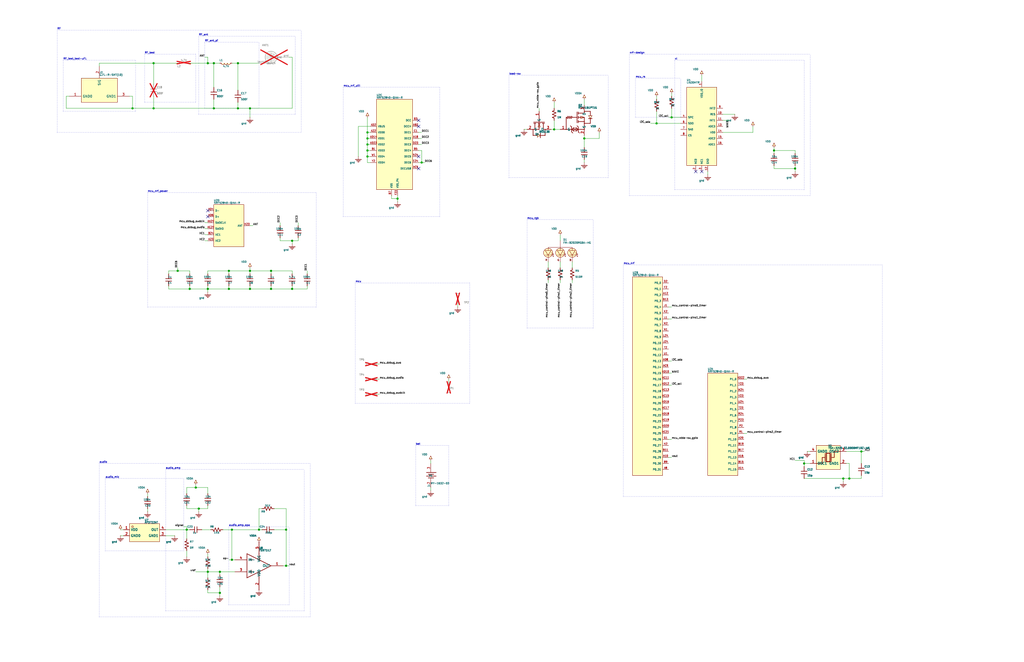
<source format=kicad_sch>
(kicad_sch (version 20230121) (generator jitx)
  (paper "B")
  (lib_symbols
    (symbol "VDDA" (power)
      (property "Reference" "#PWR" (at 35.0 60.0 0.0))
      (property "Value" "VDDA" (at -2.54 2.54 0.0))
      (symbol "VDDA_1_0"
        (pin power_in line (at 0.0 0.0 90) (length 0.0) (name "VDDA") (number "~"))
      )
    )
    (symbol "gnd" (power)
      (property "Reference" "#PWR" (at 35.0 60.0 0.0))
      (property "Value" "gnd" (at -2.54 -2.54 0.0))
      (symbol "gnd_1_0"
        (pin power_in line (at 0.0 0.0 270) (length 0.0) (name "gnd") (number "~"))
      )
    )
    (symbol "VDD" (power)
      (property "Reference" "#PWR" (at 35.0 60.0 0.0))
      (property "Value" "VDD" (at -2.54 2.54 0.0))
      (symbol "VDD_1_0"
        (pin power_in line (at 0.0 0.0 90) (length 0.0) (name "VDD") (number "~"))
      )
    )
    (symbol "sym_U_FL_R_SMT_10_"
      (property "Reference" "U" (at 0.0 9.62 0.0))
      (property "Value" "sym_U_FL_R_SMT_10_" (at 0.0 8.62 0.0))
      (symbol "sym_U_FL_R_SMT_10__1_0"
        (pin unspecified line (at -12.7 0.0 0) (length 5.08) (name "GND0") (number "~"))
        (pin unspecified line (at 0.0 12.7 270) (length 5.08) (name "SIG") (number "~"))
        (pin unspecified line (at 12.7 0.0 180) (length 5.08) (name "GND1") (number "~"))
      )
    )
    (symbol "resistor_sym"
      (property "Reference" "U" (at 1.27 1.27 0.0))
      (property "Value" "resistor_sym" (at 1.27 -1.27 0.0))
      (symbol "resistor_sym_1_0"
        (pin unspecified line (at 0.0 2.54 270) (length 0.0) (name "2") (number "~"))
        (pin unspecified line (at 0.0 -2.54 90) (length 0.0) (name "1") (number "~"))
      )
    )
    (symbol "box_symbol_0L_32R_0T_0B"
      (property "Reference" "U" (at -6.35 43.272 0.0))
      (property "Value" "box_symbol_0L_32R_0T_0B" (at -6.35 42.21 0.0))
      (symbol "box_symbol_0L_32R_0T_0B_1_0"
        (pin unspecified line (at 8.89 39.37 180) (length 2.54) (name "R0") (number "~"))
        (pin unspecified line (at 8.89 36.83 180) (length 2.54) (name "R1") (number "~"))
        (pin unspecified line (at 8.89 34.29 180) (length 2.54) (name "R2") (number "~"))
        (pin unspecified line (at 8.89 31.75 180) (length 2.54) (name "R3") (number "~"))
        (pin unspecified line (at 8.89 29.21 180) (length 2.54) (name "R4") (number "~"))
        (pin unspecified line (at 8.89 26.67 180) (length 2.54) (name "R5") (number "~"))
        (pin unspecified line (at 8.89 24.13 180) (length 2.54) (name "R6") (number "~"))
        (pin unspecified line (at 8.89 21.59 180) (length 2.54) (name "R7") (number "~"))
        (pin unspecified line (at 8.89 19.05 180) (length 2.54) (name "R8") (number "~"))
        (pin unspecified line (at 8.89 16.51 180) (length 2.54) (name "R9") (number "~"))
        (pin unspecified line (at 8.89 13.97 180) (length 2.54) (name "R10") (number "~"))
        (pin unspecified line (at 8.89 11.43 180) (length 2.54) (name "R11") (number "~"))
        (pin unspecified line (at 8.89 8.89 180) (length 2.54) (name "R12") (number "~"))
        (pin unspecified line (at 8.89 6.35 180) (length 2.54) (name "R13") (number "~"))
        (pin unspecified line (at 8.89 3.81 180) (length 2.54) (name "R14") (number "~"))
        (pin unspecified line (at 8.89 1.27 180) (length 2.54) (name "R15") (number "~"))
        (pin unspecified line (at 8.89 -1.27 180) (length 2.54) (name "R16") (number "~"))
        (pin unspecified line (at 8.89 -3.81 180) (length 2.54) (name "R17") (number "~"))
        (pin unspecified line (at 8.89 -6.35 180) (length 2.54) (name "R18") (number "~"))
        (pin unspecified line (at 8.89 -8.89 180) (length 2.54) (name "R19") (number "~"))
        (pin unspecified line (at 8.89 -11.43 180) (length 2.54) (name "R20") (number "~"))
        (pin unspecified line (at 8.89 -13.97 180) (length 2.54) (name "R21") (number "~"))
        (pin unspecified line (at 8.89 -16.51 180) (length 2.54) (name "R22") (number "~"))
        (pin unspecified line (at 8.89 -19.05 180) (length 2.54) (name "R23") (number "~"))
        (pin unspecified line (at 8.89 -21.59 180) (length 2.54) (name "R24") (number "~"))
        (pin unspecified line (at 8.89 -24.13 180) (length 2.54) (name "R25") (number "~"))
        (pin unspecified line (at 8.89 -26.67 180) (length 2.54) (name "R26") (number "~"))
        (pin unspecified line (at 8.89 -29.21 180) (length 2.54) (name "R27") (number "~"))
        (pin unspecified line (at 8.89 -31.75 180) (length 2.54) (name "R28") (number "~"))
        (pin unspecified line (at 8.89 -34.29 180) (length 2.54) (name "R29") (number "~"))
        (pin unspecified line (at 8.89 -36.83 180) (length 2.54) (name "R30") (number "~"))
        (pin unspecified line (at 8.89 -39.37 180) (length 2.54) (name "R31") (number "~"))
      )
    )
    (symbol "capacitor_sym"
      (property "Reference" "U" (at 1.27 1.27 0.0))
      (property "Value" "capacitor_sym" (at 1.27 -1.27 0.0))
      (symbol "capacitor_sym_1_0"
        (pin unspecified line (at 0.0 2.54 270) (length 0.0) (name "1") (number "~"))
        (pin unspecified line (at 0.0 -2.54 90) (length 0.0) (name "2") (number "~"))
      )
    )
    (symbol "resistor_sym_1"
      (property "Reference" "U" (at 1.27 1.27 0.0))
      (property "Value" "resistor_sym_1" (at 1.27 -1.27 0.0))
      (symbol "resistor_sym_1_1_0"
        (pin unspecified line (at 0.0 2.54 270) (length 0.0) (name "1") (number "~"))
        (pin unspecified line (at 0.0 -2.54 90) (length 0.0) (name "2") (number "~"))
      )
    )
    (symbol "sym_TSX_3225_32_0000MF10Z_W6"
      (property "Reference" "U" (at 0.0 4.54 0.0))
      (property "Value" "sym_TSX_3225_32_0000MF10Z_W6" (at 0.0 3.54 0.0))
      (symbol "sym_TSX_3225_32_0000MF10Z_W6_1_0"
        (pin unspecified line (at -7.62 2.54 0) (length 2.54) (name "GND0") (number "~"))
        (pin unspecified line (at 7.62 -2.54 180) (length 2.54) (name "GND1") (number "~"))
        (pin unspecified line (at -7.62 -2.54 0) (length 2.54) (name "OSC1") (number "~"))
        (pin unspecified line (at 7.62 2.54 180) (length 2.54) (name "OSC2") (number "~"))
      )
    )
    (symbol "capacitor_sym_1"
      (property "Reference" "U" (at 1.27 1.27 0.0))
      (property "Value" "capacitor_sym_1" (at 1.27 -1.27 0.0))
      (symbol "capacitor_sym_1_1_0"
        (pin unspecified line (at 0.0 2.54 270) (length 0.0) (name "1") (number "~"))
        (pin unspecified line (at 0.0 -2.54 90) (length 0.0) (name "2") (number "~"))
      )
    )
    (symbol "capacitor_sym_2"
      (property "Reference" "U" (at 1.27 1.27 0.0))
      (property "Value" "capacitor_sym_2" (at 1.27 -1.27 0.0))
      (symbol "capacitor_sym_2_1_0"
        (pin unspecified line (at 0.0 2.54 270) (length 0.0) (name "1") (number "~"))
        (pin unspecified line (at 0.0 -2.54 90) (length 0.0) (name "2") (number "~"))
      )
    )
    (symbol "box_symbol_4L_7R_1T_3B"
      (property "Reference" "U" (at -6.35 19.142 0.0))
      (property "Value" "box_symbol_4L_7R_1T_3B" (at -6.35 18.08 0.0))
      (symbol "box_symbol_4L_7R_1T_3B_1_0"
        (pin unspecified line (at -8.89 3.81 0) (length 2.54) (name "L0") (number "~"))
        (pin unspecified line (at -8.89 1.27 0) (length 2.54) (name "L1") (number "~"))
        (pin unspecified line (at -8.89 -1.27 0) (length 2.54) (name "L2") (number "~"))
        (pin unspecified line (at -8.89 -3.81 0) (length 2.54) (name "L3") (number "~"))
        (pin unspecified line (at 8.89 7.62 180) (length 2.54) (name "R0") (number "~"))
        (pin unspecified line (at 8.89 5.08 180) (length 2.54) (name "R1") (number "~"))
        (pin unspecified line (at 8.89 2.54 180) (length 2.54) (name "R2") (number "~"))
        (pin unspecified line (at 8.89 0.0 180) (length 2.54) (name "R3") (number "~"))
        (pin unspecified line (at 8.89 -2.54 180) (length 2.54) (name "R4") (number "~"))
        (pin unspecified line (at 8.89 -5.08 180) (length 2.54) (name "R5") (number "~"))
        (pin unspecified line (at 8.89 -7.62 180) (length 2.54) (name "R6") (number "~"))
        (pin unspecified line (at 0.0 19.05 270) (length 2.54) (name "T0") (number "~"))
        (pin unspecified line (at -2.54 -19.05 90) (length 2.54) (name "B0") (number "~"))
        (pin unspecified line (at 0.0 -19.05 90) (length 2.54) (name "B1") (number "~"))
        (pin unspecified line (at 2.54 -19.05 90) (length 2.54) (name "B2") (number "~"))
      )
    )
    (symbol "capacitor_sym_3"
      (property "Reference" "U" (at 1.27 1.27 0.0))
      (property "Value" "capacitor_sym_3" (at 1.27 -1.27 0.0))
      (symbol "capacitor_sym_3_1_0"
        (pin unspecified line (at 0.0 2.54 270) (length 0.0) (name "1") (number "~"))
        (pin unspecified line (at 0.0 -2.54 90) (length 0.0) (name "2") (number "~"))
      )
    )
    (symbol "resistor_sym_2"
      (property "Reference" "U" (at 1.27 1.27 0.0))
      (property "Value" "resistor_sym_2" (at 1.27 -1.27 0.0))
      (symbol "resistor_sym_2_1_0"
        (pin unspecified line (at 0.0 2.54 270) (length 0.0) (name "1") (number "~"))
        (pin unspecified line (at 0.0 -2.54 90) (length 0.0) (name "2") (number "~"))
      )
    )
    (symbol "capacitor_sym_4"
      (property "Reference" "U" (at 1.27 1.27 0.0))
      (property "Value" "capacitor_sym_4" (at 1.27 -1.27 0.0))
      (symbol "capacitor_sym_4_1_0"
        (pin unspecified line (at 0.0 2.54 270) (length 0.0) (name "1") (number "~"))
        (pin unspecified line (at 0.0 -2.54 90) (length 0.0) (name "2") (number "~"))
      )
    )
    (symbol "capacitor_sym_5"
      (property "Reference" "U" (at 1.27 1.27 0.0))
      (property "Value" "capacitor_sym_5" (at 1.27 -1.27 0.0))
      (symbol "capacitor_sym_5_1_0"
        (pin unspecified line (at 0.0 2.54 270) (length 0.0) (name "1") (number "~"))
        (pin unspecified line (at 0.0 -2.54 90) (length 0.0) (name "2") (number "~"))
      )
    )
    (symbol "box_symbol_7L_9R_0T_2B"
      (property "Reference" "U" (at -7.62 20.412 0.0))
      (property "Value" "box_symbol_7L_9R_0T_2B" (at -7.62 19.35 0.0))
      (symbol "box_symbol_7L_9R_0T_2B_1_0"
        (pin unspecified line (at -10.16 7.62 0) (length 2.54) (name "L0") (number "~"))
        (pin unspecified line (at -10.16 5.08 0) (length 2.54) (name "L1") (number "~"))
        (pin unspecified line (at -10.16 2.54 0) (length 2.54) (name "L2") (number "~"))
        (pin unspecified line (at -10.16 0.0 0) (length 2.54) (name "L3") (number "~"))
        (pin unspecified line (at -10.16 -2.54 0) (length 2.54) (name "L4") (number "~"))
        (pin unspecified line (at -10.16 -5.08 0) (length 2.54) (name "L5") (number "~"))
        (pin unspecified line (at -10.16 -7.62 0) (length 2.54) (name "L6") (number "~"))
        (pin unspecified line (at 10.16 10.16 180) (length 2.54) (name "R0") (number "~"))
        (pin unspecified line (at 10.16 7.62 180) (length 2.54) (name "R1") (number "~"))
        (pin unspecified line (at 10.16 5.08 180) (length 2.54) (name "R2") (number "~"))
        (pin unspecified line (at 10.16 2.54 180) (length 2.54) (name "R3") (number "~"))
        (pin unspecified line (at 10.16 0.0 180) (length 2.54) (name "R4") (number "~"))
        (pin unspecified line (at 10.16 -2.54 180) (length 2.54) (name "R5") (number "~"))
        (pin unspecified line (at 10.16 -5.08 180) (length 2.54) (name "R6") (number "~"))
        (pin unspecified line (at 10.16 -7.62 180) (length 2.54) (name "R7") (number "~"))
        (pin unspecified line (at 10.16 -10.16 180) (length 2.54) (name "R8") (number "~"))
        (pin unspecified line (at -1.27 -21.59 90) (length 2.54) (name "B0") (number "~"))
        (pin unspecified line (at 1.27 -21.59 90) (length 2.54) (name "B1") (number "~"))
      )
    )
    (symbol "capacitor_sym_6"
      (property "Reference" "U" (at 1.27 1.27 0.0))
      (property "Value" "capacitor_sym_6" (at 1.27 -1.27 0.0))
      (symbol "capacitor_sym_6_1_0"
        (pin unspecified line (at 0.0 2.54 270) (length 0.0) (name "1") (number "~"))
        (pin unspecified line (at 0.0 -2.54 90) (length 0.0) (name "2") (number "~"))
      )
    )
    (symbol "sym_AP3722AT"
      (property "Reference" "U" (at 0.0 4.921 0.0))
      (property "Value" "sym_AP3722AT" (at 0.0 3.921 0.0))
      (symbol "sym_AP3722AT_1_0"
        (pin unspecified line (at -8.89 1.27 0) (length 2.54) (name "VDD") (number "~"))
        (pin unspecified line (at -8.89 -1.27 0) (length 2.54) (name "GND0") (number "~"))
        (pin unspecified line (at 8.89 -1.27 180) (length 2.54) (name "GND1") (number "~"))
        (pin unspecified line (at 8.89 1.27 180) (length 2.54) (name "OUT") (number "~"))
      )
    )
    (symbol "sym_BSS138"
      (property "Reference" "U" (at 0.0 4.54 0.0))
      (property "Value" "sym_BSS138" (at 0.0 3.54 0.0))
      (symbol "sym_BSS138_1_0"
        (pin unspecified line (at 2.54 5.08 270) (length 2.54) (name "D") (number "~"))
        (pin unspecified line (at -5.08 0.0 0) (length 2.54) (name "G") (number "~"))
        (pin unspecified line (at 2.54 -5.08 90) (length 2.54) (name "S") (number "~"))
      )
    )
    (symbol "capacitor_sym_7"
      (property "Reference" "U" (at 1.27 1.27 0.0))
      (property "Value" "capacitor_sym_7" (at 1.27 -1.27 0.0))
      (symbol "capacitor_sym_7_1_0"
        (pin unspecified line (at 0.0 2.54 270) (length 0.0) (name "1") (number "~"))
        (pin unspecified line (at 0.0 -2.54 90) (length 0.0) (name "2") (number "~"))
      )
    )
    (symbol "capacitor_sym_8"
      (property "Reference" "U" (at 1.27 1.27 0.0))
      (property "Value" "capacitor_sym_8" (at 1.27 -1.27 0.0))
      (symbol "capacitor_sym_8_1_0"
        (pin unspecified line (at 0.0 2.54 270) (length 0.0) (name "1") (number "~"))
        (pin unspecified line (at 0.0 -2.54 90) (length 0.0) (name "2") (number "~"))
      )
    )
    (symbol "resistor_sym_3"
      (property "Reference" "U" (at 1.27 1.27 0.0))
      (property "Value" "resistor_sym_3" (at 1.27 -1.27 0.0))
      (symbol "resistor_sym_3_1_0"
        (pin unspecified line (at 0.0 2.54 270) (length 0.0) (name "1") (number "~"))
        (pin unspecified line (at 0.0 -2.54 90) (length 0.0) (name "2") (number "~"))
      )
    )
    (symbol "ALTIUM_POWER_ARROW"
      (property "Value" "ALTIUM_POWER_ARROW" (at 2.54 -0.508 0.0))
      (symbol "ALTIUM_POWER_ARROW_1_0"
        (pin unspecified line (at 0.0 0.0 0) (length 0.0) (name "0") (number "~"))
      )
    )
    (symbol "capacitor_sym_9"
      (property "Reference" "U" (at 1.27 1.27 0.0))
      (property "Value" "capacitor_sym_9" (at 1.27 -1.27 0.0))
      (symbol "capacitor_sym_9_1_0"
        (pin unspecified line (at 0.0 2.54 270) (length 0.0) (name "1") (number "~"))
        (pin unspecified line (at 0.0 -2.54 90) (length 0.0) (name "2") (number "~"))
      )
    )
    (symbol "ALTIUM_POWER_GND_POWER"
      (property "Value" "ALTIUM_POWER_GND_POWER" (at 2.54 -1.016 0.0))
      (symbol "ALTIUM_POWER_GND_POWER_1_0"
        (pin unspecified line (at 0.0 0.0 0) (length 0.0) (name "0") (number "~"))
      )
    )
    (symbol "box_symbol_6L_1R_0T_0B"
      (property "Reference" "U" (at -6.35 10.252 0.0))
      (property "Value" "box_symbol_6L_1R_0T_0B" (at -6.35 9.19 0.0))
      (symbol "box_symbol_6L_1R_0T_0B_1_0"
        (pin unspecified line (at -8.89 6.35 0) (length 2.54) (name "L0") (number "~"))
        (pin unspecified line (at -8.89 3.81 0) (length 2.54) (name "L1") (number "~"))
        (pin unspecified line (at -8.89 1.27 0) (length 2.54) (name "L2") (number "~"))
        (pin unspecified line (at -8.89 -1.27 0) (length 2.54) (name "L3") (number "~"))
        (pin unspecified line (at -8.89 -3.81 0) (length 2.54) (name "L4") (number "~"))
        (pin unspecified line (at -8.89 -6.35 0) (length 2.54) (name "L5") (number "~"))
        (pin unspecified line (at 8.89 0.0 180) (length 2.54) (name "R0") (number "~"))
      )
    )
    (symbol "resistor_sym_4"
      (property "Reference" "U" (at 1.27 1.27 0.0))
      (property "Value" "resistor_sym_4" (at 1.27 -1.27 0.0))
      (symbol "resistor_sym_4_1_0"
        (pin unspecified line (at 0.0 2.54 270) (length 0.0) (name "1") (number "~"))
        (pin unspecified line (at 0.0 -2.54 90) (length 0.0) (name "2") (number "~"))
      )
    )
    (symbol "capacitor_sym_10"
      (property "Reference" "U" (at 1.27 1.27 0.0))
      (property "Value" "capacitor_sym_10" (at 1.27 -1.27 0.0))
      (symbol "capacitor_sym_10_1_0"
        (pin unspecified line (at 0.0 2.54 270) (length 0.0) (name "1") (number "~"))
        (pin unspecified line (at 0.0 -2.54 90) (length 0.0) (name "2") (number "~"))
      )
    )
    (symbol "supply_sym"
      (property "Value" "supply_sym" (at -2.54 2.54 0.0))
      (symbol "supply_sym_1_0"
        (pin unspecified line (at 0.0 0.0 90) (length 0.0) (name "0") (number "~"))
      )
    )
    (symbol "ground_sym"
      (property "Value" "ground_sym" (at -2.54 -2.54 0.0))
      (symbol "ground_sym_1_0"
        (pin unspecified line (at 0.0 0.0 270) (length 0.0) (name "0") (number "~"))
      )
    )
    (symbol "antenna_symbol"
      (property "Reference" "U" (at -3.81 5.08 0.0))
      (property "Value" "antenna_symbol" (at -3.81 3.81 0.0))
      (symbol "antenna_symbol_1_0"
        (pin unspecified line (at -5.08 -2.54 0) (length 2.54) (name "1") (number "~"))
        (pin unspecified line (at 7.62 0.0 180) (length 2.54) (name "2") (number "~"))
      )
    )
    (symbol "capacitor_sym_11"
      (property "Reference" "U" (at 1.27 1.27 0.0))
      (property "Value" "capacitor_sym_11" (at 1.27 -1.27 0.0))
      (symbol "capacitor_sym_11_1_0"
        (pin unspecified line (at 0.0 2.54 270) (length 0.0) (name "1") (number "~"))
        (pin unspecified line (at 0.0 -2.54 90) (length 0.0) (name "2") (number "~"))
      )
    )
    (symbol "sym_NTA4151PT1G"
      (property "Reference" "U" (at 0.0 7.207 0.0))
      (property "Value" "sym_NTA4151PT1G" (at 0.0 6.207 0.0))
      (symbol "sym_NTA4151PT1G_1_0"
        (pin unspecified line (at 2.54 7.62 270) (length 2.54) (name "D") (number "~"))
        (pin unspecified line (at -7.62 -2.54 0) (length 2.54) (name "G") (number "~"))
        (pin unspecified line (at 2.54 -5.08 90) (length 2.54) (name "S") (number "~"))
      )
    )
    (symbol "capacitor_sym_12"
      (property "Reference" "U" (at 1.27 1.27 0.0))
      (property "Value" "capacitor_sym_12" (at 1.27 -1.27 0.0))
      (symbol "capacitor_sym_12_1_0"
        (pin unspecified line (at 0.0 2.54 270) (length 0.0) (name "1") (number "~"))
        (pin unspecified line (at 0.0 -2.54 90) (length 0.0) (name "2") (number "~"))
      )
    )
    (symbol "diode_rgb_led"
      (property "Reference" "U" (at 1.27 5.08 0.0))
      (property "Value" "diode_rgb_led" (at 1.27 3.81 0.0))
      (symbol "diode_rgb_led_1_0"
        (pin unspecified line (at 0.0 5.08 270) (length 0.0) (name "a") (number "~"))
        (pin unspecified line (at -5.08 -3.81 90) (length 0.0) (name "r") (number "~"))
        (pin unspecified line (at 0.0 -3.81 90) (length 0.0) (name "g") (number "~"))
        (pin unspecified line (at 5.08 -3.81 90) (length 0.0) (name "b") (number "~"))
        (text "R" (at -5.842 -3.048 0) (effects (font (size 0.7056 0.7056))))
        (text "G" (at -0.762 -3.048 0) (effects (font (size 0.7056 0.7056))))
        (text "B" (at 4.318 -3.048 0) (effects (font (size 0.7056 0.7056))))
      )
    )
    (symbol "capacitor_sym_13"
      (property "Reference" "U" (at 1.27 1.27 0.0))
      (property "Value" "capacitor_sym_13" (at 1.27 -1.27 0.0))
      (symbol "capacitor_sym_13_1_0"
        (pin unspecified line (at 0.0 2.54 270) (length 0.0) (name "1") (number "~"))
        (pin unspecified line (at 0.0 -2.54 90) (length 0.0) (name "2") (number "~"))
      )
    )
    (symbol "test_point_sym"
      (property "Reference" "U" (at -2.54 1.905 0.0))
      (symbol "test_point_sym_1_0"
        (pin unspecified line (at 2.54 0.0 180) (length 0.0) (name "p") (number "~"))
      )
    )
    (symbol "capacitor_sym_14"
      (property "Reference" "U" (at 1.27 1.27 0.0))
      (property "Value" "capacitor_sym_14" (at 1.27 -1.27 0.0))
      (symbol "capacitor_sym_14_1_0"
        (pin unspecified line (at 0.0 2.54 270) (length 0.0) (name "1") (number "~"))
        (pin unspecified line (at 0.0 -2.54 90) (length 0.0) (name "2") (number "~"))
      )
    )
    (symbol "capacitor_sym_15"
      (property "Reference" "U" (at 1.27 1.27 0.0))
      (property "Value" "capacitor_sym_15" (at 1.27 -1.27 0.0))
      (symbol "capacitor_sym_15_1_0"
        (pin unspecified line (at 0.0 2.54 270) (length 0.0) (name "1") (number "~"))
        (pin unspecified line (at 0.0 -2.54 90) (length 0.0) (name "2") (number "~"))
      )
    )
    (symbol "resistor_sym_5"
      (property "Reference" "U" (at 1.27 1.27 0.0))
      (property "Value" "resistor_sym_5" (at 1.27 -1.27 0.0))
      (symbol "resistor_sym_5_1_0"
        (pin unspecified line (at 0.0 2.54 270) (length 0.0) (name "2") (number "~"))
        (pin unspecified line (at 0.0 -2.54 90) (length 0.0) (name "1") (number "~"))
      )
    )
    (symbol "capacitor_sym_16"
      (property "Reference" "U" (at 1.27 1.27 0.0))
      (property "Value" "capacitor_sym_16" (at 1.27 -1.27 0.0))
      (symbol "capacitor_sym_16_1_0"
        (pin unspecified line (at 0.0 2.54 270) (length 0.0) (name "1") (number "~"))
        (pin unspecified line (at 0.0 -2.54 90) (length 0.0) (name "2") (number "~"))
      )
    )
    (symbol "resistor_sym_6"
      (property "Reference" "U" (at 1.27 1.27 0.0))
      (property "Value" "resistor_sym_6" (at 1.27 -1.27 0.0))
      (symbol "resistor_sym_6_1_0"
        (pin unspecified line (at 0.0 2.54 270) (length 0.0) (name "1") (number "~"))
        (pin unspecified line (at 0.0 -2.54 90) (length 0.0) (name "2") (number "~"))
      )
    )
    (symbol "capacitor_sym_17"
      (property "Reference" "U" (at 1.27 1.27 0.0))
      (property "Value" "capacitor_sym_17" (at 1.27 -1.27 0.0))
      (symbol "capacitor_sym_17_1_0"
        (pin unspecified line (at 0.0 2.54 270) (length 0.0) (name "1") (number "~"))
        (pin unspecified line (at 0.0 -2.54 90) (length 0.0) (name "2") (number "~"))
      )
    )
    (symbol "inductor_sym"
      (property "Reference" "U" (at 1.27 1.27 0.0))
      (property "Value" "inductor_sym" (at 1.27 -1.27 0.0))
      (symbol "inductor_sym_1_0"
        (pin unspecified line (at 0.0 2.54 270) (length 0.0) (name "1") (number "~"))
        (pin unspecified line (at 0.0 -2.54 90) (length 0.0) (name "2") (number "~"))
      )
    )
    (symbol "capacitor_sym_18"
      (property "Reference" "U" (at 1.27 1.27 0.0))
      (property "Value" "capacitor_sym_18" (at 1.27 -1.27 0.0))
      (symbol "capacitor_sym_18_1_0"
        (pin unspecified line (at 0.0 2.54 270) (length 0.0) (name "1") (number "~"))
        (pin unspecified line (at 0.0 -2.54 90) (length 0.0) (name "2") (number "~"))
      )
    )
    (symbol "capacitor_sym_19"
      (property "Reference" "U" (at 1.27 1.27 0.0))
      (property "Value" "capacitor_sym_19" (at 1.27 -1.27 0.0))
      (symbol "capacitor_sym_19_1_0"
        (pin unspecified line (at 0.0 2.54 270) (length 0.0) (name "1") (number "~"))
        (pin unspecified line (at 0.0 -2.54 90) (length 0.0) (name "2") (number "~"))
      )
    )
    (symbol "sym_MY_1632_03"
      (property "Reference" "U" (at 0.0 4.286 0.0))
      (property "Value" "sym_MY_1632_03" (at 0.0 3.286 0.0))
      (symbol "sym_MY_1632_03_1_0"
        (pin unspecified line (at -5.08 0.0 0) (length 3.81) (name "1") (number "~"))
        (pin unspecified line (at 5.08 0.0 180) (length 3.81) (name "2") (number "~"))
      )
    )
    (symbol "resistor_sym_7"
      (property "Reference" "U" (at 1.27 1.27 0.0))
      (property "Value" "resistor_sym_7" (at 1.27 -1.27 0.0))
      (symbol "resistor_sym_7_1_0"
        (pin unspecified line (at 0.0 2.54 270) (length 0.0) (name "2") (number "~"))
        (pin unspecified line (at 0.0 -2.54 90) (length 0.0) (name "1") (number "~"))
      )
    )
    (symbol "capacitor_sym_20"
      (property "Reference" "U" (at 1.27 1.27 0.0))
      (property "Value" "capacitor_sym_20" (at 1.27 -1.27 0.0))
      (symbol "capacitor_sym_20_1_0"
        (pin unspecified line (at 0.0 2.54 270) (length 0.0) (name "1") (number "~"))
        (pin unspecified line (at 0.0 -2.54 90) (length 0.0) (name "2") (number "~"))
      )
    )
    (symbol "resistor_sym_8"
      (property "Reference" "U" (at 1.27 1.27 0.0))
      (property "Value" "resistor_sym_8" (at 1.27 -1.27 0.0))
      (symbol "resistor_sym_8_1_0"
        (pin unspecified line (at 0.0 2.54 270) (length 0.0) (name "1") (number "~"))
        (pin unspecified line (at 0.0 -2.54 90) (length 0.0) (name "2") (number "~"))
      )
    )
    (symbol "capacitor_sym_21"
      (property "Reference" "U" (at 1.27 1.27 0.0))
      (property "Value" "capacitor_sym_21" (at 1.27 -1.27 0.0))
      (symbol "capacitor_sym_21_1_0"
        (pin unspecified line (at 0.0 2.54 270) (length 0.0) (name "1") (number "~"))
        (pin unspecified line (at 0.0 -2.54 90) (length 0.0) (name "2") (number "~"))
      )
    )
    (symbol "sym_TS971ILT"
      (property "Reference" "U" (at 0.0 7.08 0.0))
      (property "Value" "sym_TS971ILT" (at 0.0 6.08 0.0))
      (symbol "sym_TS971ILT_1_0"
        (pin unspecified line (at 10.16 0.0 180) (length 5.08) (name "OUT") (number "~"))
        (pin unspecified line (at 0.0 10.16 270) (length 5.08) (name "VCC") (number "~"))
        (pin unspecified line (at -10.16 2.54 0) (length 5.08) (name "IN-") (number "~"))
        (pin unspecified line (at -10.16 -2.54 0) (length 5.08) (name "IN+") (number "~"))
        (pin unspecified line (at 0.0 -10.16 90) (length 5.08) (name "VDD") (number "~"))
      )
    )
    (symbol "box_symbol_0L_16R_0T_0B"
      (property "Reference" "U" (at -6.35 22.952 0.0))
      (property "Value" "box_symbol_0L_16R_0T_0B" (at -6.35 21.89 0.0))
      (symbol "box_symbol_0L_16R_0T_0B_1_0"
        (pin unspecified line (at 8.89 19.05 180) (length 2.54) (name "R0") (number "~"))
        (pin unspecified line (at 8.89 16.51 180) (length 2.54) (name "R1") (number "~"))
        (pin unspecified line (at 8.89 13.97 180) (length 2.54) (name "R2") (number "~"))
        (pin unspecified line (at 8.89 11.43 180) (length 2.54) (name "R3") (number "~"))
        (pin unspecified line (at 8.89 8.89 180) (length 2.54) (name "R4") (number "~"))
        (pin unspecified line (at 8.89 6.35 180) (length 2.54) (name "R5") (number "~"))
        (pin unspecified line (at 8.89 3.81 180) (length 2.54) (name "R6") (number "~"))
        (pin unspecified line (at 8.89 1.27 180) (length 2.54) (name "R7") (number "~"))
        (pin unspecified line (at 8.89 -1.27 180) (length 2.54) (name "R8") (number "~"))
        (pin unspecified line (at 8.89 -3.81 180) (length 2.54) (name "R9") (number "~"))
        (pin unspecified line (at 8.89 -6.35 180) (length 2.54) (name "R10") (number "~"))
        (pin unspecified line (at 8.89 -8.89 180) (length 2.54) (name "R11") (number "~"))
        (pin unspecified line (at 8.89 -11.43 180) (length 2.54) (name "R12") (number "~"))
        (pin unspecified line (at 8.89 -13.97 180) (length 2.54) (name "R13") (number "~"))
        (pin unspecified line (at 8.89 -16.51 180) (length 2.54) (name "R14") (number "~"))
        (pin unspecified line (at 8.89 -19.05 180) (length 2.54) (name "R15") (number "~"))
      )
    )
    (symbol "resistor_sym_9"
      (property "Reference" "U" (at 1.27 1.27 0.0))
      (property "Value" "resistor_sym_9" (at 1.27 -1.27 0.0))
      (symbol "resistor_sym_9_1_0"
        (pin unspecified line (at 0.0 2.54 270) (length 0.0) (name "2") (number "~"))
        (pin unspecified line (at 0.0 -2.54 90) (length 0.0) (name "1") (number "~"))
      )
    )
    (symbol "capacitor_sym_22"
      (property "Reference" "U" (at 1.27 1.27 0.0))
      (property "Value" "capacitor_sym_22" (at 1.27 -1.27 0.0))
      (symbol "capacitor_sym_22_1_0"
        (pin unspecified line (at 0.0 2.54 270) (length 0.0) (name "1") (number "~"))
        (pin unspecified line (at 0.0 -2.54 90) (length 0.0) (name "2") (number "~"))
      )
    )
    (symbol "inductor_sym_1"
      (property "Reference" "U" (at 1.27 1.27 0.0))
      (property "Value" "inductor_sym_1" (at 1.27 -1.27 0.0))
      (symbol "inductor_sym_1_1_0"
        (pin unspecified line (at 0.0 2.54 270) (length 0.0) (name "1") (number "~"))
        (pin unspecified line (at 0.0 -2.54 90) (length 0.0) (name "2") (number "~"))
      )
    )
    (symbol "capacitor_sym_23"
      (property "Reference" "U" (at 1.27 1.27 0.0))
      (property "Value" "capacitor_sym_23" (at 1.27 -1.27 0.0))
      (symbol "capacitor_sym_23_1_0"
        (pin unspecified line (at 0.0 2.54 270) (length 0.0) (name "1") (number "~"))
        (pin unspecified line (at 0.0 -2.54 90) (length 0.0) (name "2") (number "~"))
      )
    )
    (symbol "my_capacitor"
      (property "Reference" "C" (at 1.27 1.27 0.0))
      (property "Value" "my_capacitor" (at 1.27 -1.27 0.0))
      (symbol "my_capacitor_1_0"
        (pin unspecified line (at 0.0 2.54 270) (length 0.0) (name "1") (number "1"))
        (pin unspecified line (at 0.0 -2.54 90) (length 0.0) (name "2") (number "2"))
      )
    )
    (symbol "my_resistor"
      (property "Reference" "R" (at 1.27 1.27 0.0))
      (property "Value" "my_resistor" (at 1.27 -1.27 0.0))
      (symbol "my_resistor_1_0"
        (pin unspecified line (at 0.0 2.54 270) (length 0.0) (name "1") (number "1"))
        (pin unspecified line (at 0.0 -2.54 90) (length 0.0) (name "2") (number "2"))
      )
    )
    (symbol "u_FL_Connector"
      (property "Reference" "J" (at 0.0 9.62 0.0))
      (property "Value" "u_FL_Connector" (at 0.0 8.62 0.0))
      (symbol "u_FL_Connector_1_0"
        (pin unspecified line (at -12.7 0.0 0) (length 5.08) (name "GND0") (number "1"))
        (pin unspecified line (at 0.0 12.7 270) (length 5.08) (name "SIG") (number "2"))
        (pin unspecified line (at 12.7 0.0 180) (length 5.08) (name "GND1") (number "3"))
      )
    )
    (symbol "my_capacitor_1"
      (property "Reference" "C" (at 1.27 1.27 0.0))
      (property "Value" "my_capacitor_1" (at 1.27 -1.27 0.0))
      (symbol "my_capacitor_1_1_0"
        (pin unspecified line (at 0.0 2.54 270) (length 0.0) (name "1") (number "1"))
        (pin unspecified line (at 0.0 -2.54 90) (length 0.0) (name "2") (number "2"))
      )
    )
    (symbol "my_capacitor_2"
      (property "Reference" "C" (at 1.27 1.27 0.0))
      (property "Value" "my_capacitor_2" (at 1.27 -1.27 0.0))
      (symbol "my_capacitor_2_1_0"
        (pin unspecified line (at 0.0 2.54 270) (length 0.0) (name "1") (number "1"))
        (pin unspecified line (at 0.0 -2.54 90) (length 0.0) (name "2") (number "2"))
      )
    )
    (symbol "inverted_f_antenna_component"
      (property "Reference" "ANT" (at -3.81 5.08 0.0))
      (property "Value" "inverted_f_antenna_component" (at -3.81 3.81 0.0))
      (symbol "inverted_f_antenna_component_1_0"
        (pin unspecified line (at -5.08 -2.54 0) (length 2.54) (name "launch") (number "launch"))
        (pin unspecified line (at 7.62 0.0 180) (length 2.54) (name "gnd") (number "gnd"))
      )
    )
    (symbol "C1986412"
      (property "Reference" "X" (at 0.0 4.54 0.0))
      (property "Value" "C1986412" (at 0.0 3.54 0.0))
      (symbol "C1986412_1_0"
        (pin unspecified line (at -7.62 2.54 0) (length 2.54) (name "GND0") (number "4"))
        (pin unspecified line (at 7.62 -2.54 180) (length 2.54) (name "GND1") (number "2"))
        (pin unspecified line (at -7.62 -2.54 0) (length 2.54) (name "OSC1") (number "1"))
        (pin unspecified line (at 7.62 2.54 180) (length 2.54) (name "OSC2") (number "3"))
      )
    )
    (symbol "my_capacitor_3"
      (property "Reference" "C" (at 1.27 1.27 0.0))
      (property "Value" "my_capacitor_3" (at 1.27 -1.27 0.0))
      (symbol "my_capacitor_3_1_0"
        (pin unspecified line (at 0.0 2.54 270) (length 0.0) (name "1") (number "1"))
        (pin unspecified line (at 0.0 -2.54 90) (length 0.0) (name "2") (number "2"))
      )
    )
    (symbol "my_resistor_1"
      (property "Reference" "R" (at 1.27 1.27 0.0))
      (property "Value" "my_resistor_1" (at 1.27 -1.27 0.0))
      (symbol "my_resistor_1_1_0"
        (pin unspecified line (at 0.0 2.54 270) (length 0.0) (name "1") (number "1"))
        (pin unspecified line (at 0.0 -2.54 90) (length 0.0) (name "2") (number "2"))
      )
    )
    (symbol "my_capacitor_4"
      (property "Reference" "C" (at 1.27 1.27 0.0))
      (property "Value" "my_capacitor_4" (at 1.27 -1.27 0.0))
      (symbol "my_capacitor_4_1_0"
        (pin unspecified line (at 0.0 2.54 270) (length 0.0) (name "1") (number "1"))
        (pin unspecified line (at 0.0 -2.54 90) (length 0.0) (name "2") (number "2"))
      )
    )
    (symbol "my_capacitor_5"
      (property "Reference" "C" (at 1.27 1.27 0.0))
      (property "Value" "my_capacitor_5" (at 1.27 -1.27 0.0))
      (symbol "my_capacitor_5_1_0"
        (pin unspecified line (at 0.0 2.54 270) (length 0.0) (name "1") (number "1"))
        (pin unspecified line (at 0.0 -2.54 90) (length 0.0) (name "2") (number "2"))
      )
    )
    (symbol "my_capacitor_6"
      (property "Reference" "C" (at 1.27 1.27 0.0))
      (property "Value" "my_capacitor_6" (at 1.27 -1.27 0.0))
      (symbol "my_capacitor_6_1_0"
        (pin unspecified line (at 0.0 2.54 270) (length 0.0) (name "1") (number "1"))
        (pin unspecified line (at 0.0 -2.54 90) (length 0.0) (name "2") (number "2"))
      )
    )
    (symbol "XCVR_NRF52840_QIAA_R"
      (property "Reference" "U" (at -6.35 22.952 0.0))
      (property "Value" "XCVR_NRF52840_QIAA_R" (at -6.35 21.89 0.0))
      (symbol "XCVR_NRF52840_QIAA_R_1_0"
        (pin unspecified line (at 8.89 19.05 180) (length 2.54) (name "P1_0") (number "AD22"))
        (pin unspecified line (at 8.89 16.51 180) (length 2.54) (name "P1_1") (number "Y23"))
        (pin unspecified line (at 8.89 13.97 180) (length 2.54) (name "P1_2") (number "W24"))
        (pin unspecified line (at 8.89 11.43 180) (length 2.54) (name "P1_3") (number "V23"))
        (pin unspecified line (at 8.89 8.89 180) (length 2.54) (name "P1_4") (number "U24"))
        (pin unspecified line (at 8.89 6.35 180) (length 2.54) (name "P1_5") (number "T23"))
        (pin unspecified line (at 8.89 3.81 180) (length 2.54) (name "P1_6") (number "R24"))
        (pin unspecified line (at 8.89 1.27 180) (length 2.54) (name "P1_7") (number "P23"))
        (pin unspecified line (at 8.89 -1.27 180) (length 2.54) (name "P1_8") (number "P2"))
        (pin unspecified line (at 8.89 -3.81 180) (length 2.54) (name "P1_9") (number "R1"))
        (pin unspecified line (at 8.89 -6.35 180) (length 2.54) (name "P1_10") (number "A20"))
        (pin unspecified line (at 8.89 -8.89 180) (length 2.54) (name "P1_11") (number "B19"))
        (pin unspecified line (at 8.89 -11.43 180) (length 2.54) (name "P1_12") (number "B17"))
        (pin unspecified line (at 8.89 -13.97 180) (length 2.54) (name "P1_13") (number "A16"))
        (pin unspecified line (at 8.89 -16.51 180) (length 2.54) (name "P1_14") (number "B15"))
        (pin unspecified line (at 8.89 -19.05 180) (length 2.54) (name "P1_15") (number "A14"))
      )
      (symbol "XCVR_NRF52840_QIAA_R_2_0"
        (pin unspecified line (at 8.89 39.37 180) (length 2.54) (name "P0_0") (number "D2"))
        (pin unspecified line (at 8.89 36.83 180) (length 2.54) (name "P0_1") (number "F2"))
        (pin unspecified line (at 8.89 34.29 180) (length 2.54) (name "P0_2") (number "A12"))
        (pin unspecified line (at 8.89 31.75 180) (length 2.54) (name "P0_3") (number "B13"))
        (pin unspecified line (at 8.89 29.21 180) (length 2.54) (name "P0_4") (number "J1"))
        (pin unspecified line (at 8.89 26.67 180) (length 2.54) (name "P0_5") (number "K2"))
        (pin unspecified line (at 8.89 24.13 180) (length 2.54) (name "P0_6") (number "L1"))
        (pin unspecified line (at 8.89 21.59 180) (length 2.54) (name "P0_7") (number "M2"))
        (pin unspecified line (at 8.89 19.05 180) (length 2.54) (name "P0_8") (number "N1"))
        (pin unspecified line (at 8.89 16.51 180) (length 2.54) (name "P0_9") (number "L24"))
        (pin unspecified line (at 8.89 13.97 180) (length 2.54) (name "P0_10") (number "J24"))
        (pin unspecified line (at 8.89 11.43 180) (length 2.54) (name "P0_11") (number "T2"))
        (pin unspecified line (at 8.89 8.89 180) (length 2.54) (name "P0_12") (number "U1"))
        (pin unspecified line (at 8.89 6.35 180) (length 2.54) (name "P0_13") (number "AD8"))
        (pin unspecified line (at 8.89 3.81 180) (length 2.54) (name "P0_14") (number "AC9"))
        (pin unspecified line (at 8.89 1.27 180) (length 2.54) (name "P0_15") (number "AD10"))
        (pin unspecified line (at 8.89 -1.27 180) (length 2.54) (name "P0_16") (number "AC11"))
        (pin unspecified line (at 8.89 -3.81 180) (length 2.54) (name "P0_17") (number "AD12"))
        (pin unspecified line (at 8.89 -6.35 180) (length 2.54) (name "P0_18") (number "AC13"))
        (pin unspecified line (at 8.89 -8.89 180) (length 2.54) (name "P0_19") (number "AC15"))
        (pin unspecified line (at 8.89 -11.43 180) (length 2.54) (name "P0_20") (number "AD16"))
        (pin unspecified line (at 8.89 -13.97 180) (length 2.54) (name "P0_21") (number "AC17"))
        (pin unspecified line (at 8.89 -16.51 180) (length 2.54) (name "P0_22") (number "AD18"))
        (pin unspecified line (at 8.89 -19.05 180) (length 2.54) (name "P0_23") (number "AC19"))
        (pin unspecified line (at 8.89 -21.59 180) (length 2.54) (name "P0_24") (number "AD20"))
        (pin unspecified line (at 8.89 -24.13 180) (length 2.54) (name "P0_25") (number "AC21"))
        (pin unspecified line (at 8.89 -26.67 180) (length 2.54) (name "P0_26") (number "G1"))
        (pin unspecified line (at 8.89 -29.21 180) (length 2.54) (name "P0_27") (number "H2"))
        (pin unspecified line (at 8.89 -31.75 180) (length 2.54) (name "P0_28") (number "B11"))
        (pin unspecified line (at 8.89 -34.29 180) (length 2.54) (name "P0_29") (number "A10"))
        (pin unspecified line (at 8.89 -36.83 180) (length 2.54) (name "P0_30") (number "B9"))
        (pin unspecified line (at 8.89 -39.37 180) (length 2.54) (name "P0_31") (number "A8"))
      )
      (symbol "XCVR_NRF52840_QIAA_R_3_0"
        (pin unspecified line (at -10.16 7.62 0) (length 2.54) (name "VBUS") (number "AD2"))
        (pin unspecified line (at -10.16 5.08 0) (length 2.54) (name "VDD0") (number "A22"))
        (pin unspecified line (at -10.16 2.54 0) (length 2.54) (name "VDD1") (number "AD14"))
        (pin unspecified line (at -10.16 0.0 0) (length 2.54) (name "VDD2") (number "AD23"))
        (pin unspecified line (at -10.16 -2.54 0) (length 2.54) (name "VDD3") (number "B1"))
        (pin unspecified line (at -10.16 -5.08 0) (length 2.54) (name "VDD4") (number "W1"))
        (pin unspecified line (at -10.16 -7.62 0) (length 2.54) (name "VDDH") (number "Y2"))
        (pin unspecified line (at 10.16 10.16 180) (length 2.54) (name "DCC") (number "B3"))
        (pin unspecified line (at 10.16 7.62 180) (length 2.54) (name "DCCH") (number "AB2"))
        (pin unspecified line (at 10.16 5.08 180) (length 2.54) (name "DEC1") (number "C1"))
        (pin unspecified line (at 10.16 2.54 180) (length 2.54) (name "DEC2") (number "A18"))
        (pin unspecified line (at 10.16 0.0 180) (length 2.54) (name "DEC3") (number "D23"))
        (pin unspecified line (at 10.16 -2.54 180) (length 2.54) (name "DEC4") (number "B5"))
        (pin unspecified line (at 10.16 -5.08 180) (length 2.54) (name "DEC5") (number "N24"))
        (pin unspecified line (at 10.16 -7.62 180) (length 2.54) (name "DEC6") (number "E24"))
        (pin unspecified line (at 10.16 -10.16 180) (length 2.54) (name "DECUSB") (number "AC5"))
        (pin unspecified line (at -1.27 -21.59 90) (length 2.54) (name "VSS") (number "B7"))
        (pin unspecified line (at -1.27 -21.59 90) (length 0.0) (name "VSS") (number "74"))
        (pin unspecified line (at 1.27 -21.59 90) (length 2.54) (name "VSS_PA") (number "F23"))
      )
      (symbol "XCVR_NRF52840_QIAA_R_4_0"
        (pin unspecified line (at -8.89 6.35 0) (length 2.54) (name "D-") (number "AD4"))
        (pin unspecified line (at -8.89 3.81 0) (length 2.54) (name "D+") (number "AD6"))
        (pin unspecified line (at -8.89 1.27 0) (length 2.54) (name "SWDCLK") (number "AA24"))
        (pin unspecified line (at -8.89 -1.27 0) (length 2.54) (name "SWDIO") (number "AC24"))
        (pin unspecified line (at -8.89 -3.81 0) (length 2.54) (name "XC1") (number "B24"))
        (pin unspecified line (at -8.89 -6.35 0) (length 2.54) (name "XC2") (number "A23"))
        (pin unspecified line (at 8.89 0.0 180) (length 2.54) (name "ANT") (number "H23"))
      )
    )
    (symbol "my_capacitor_7"
      (property "Reference" "C" (at 1.27 1.27 0.0))
      (property "Value" "my_capacitor_7" (at 1.27 -1.27 0.0))
      (symbol "my_capacitor_7_1_0"
        (pin unspecified line (at 0.0 2.54 270) (length 0.0) (name "1") (number "1"))
        (pin unspecified line (at 0.0 -2.54 90) (length 0.0) (name "2") (number "2"))
      )
    )
    (symbol "my_capacitor_8"
      (property "Reference" "C" (at 1.27 1.27 0.0))
      (property "Value" "my_capacitor_8" (at 1.27 -1.27 0.0))
      (symbol "my_capacitor_8_1_0"
        (pin unspecified line (at 0.0 2.54 270) (length 0.0) (name "1") (number "1"))
        (pin unspecified line (at 0.0 -2.54 90) (length 0.0) (name "2") (number "2"))
      )
    )
    (symbol "my_resistor_2"
      (property "Reference" "R" (at 1.27 1.27 0.0))
      (property "Value" "my_resistor_2" (at 1.27 -1.27 0.0))
      (symbol "my_resistor_2_1_0"
        (pin unspecified line (at 0.0 2.54 270) (length 0.0) (name "1") (number "1"))
        (pin unspecified line (at 0.0 -2.54 90) (length 0.0) (name "2") (number "2"))
      )
    )
    (symbol "my_capacitor_9"
      (property "Reference" "C" (at 1.27 1.27 0.0))
      (property "Value" "my_capacitor_9" (at 1.27 -1.27 0.0))
      (symbol "my_capacitor_9_1_0"
        (pin unspecified line (at 0.0 2.54 270) (length 0.0) (name "1") (number "1"))
        (pin unspecified line (at 0.0 -2.54 90) (length 0.0) (name "2") (number "2"))
      )
    )
    (symbol "C918198"
      (property "Reference" "U" (at 0.0 4.921 0.0))
      (property "Value" "C918198" (at 0.0 3.921 0.0))
      (symbol "C918198_1_0"
        (pin unspecified line (at -8.89 1.27 0) (length 2.54) (name "VDD") (number "1"))
        (pin unspecified line (at -8.89 -1.27 0) (length 2.54) (name "GND0") (number "2"))
        (pin unspecified line (at 8.89 -1.27 180) (length 2.54) (name "GND1") (number "3"))
        (pin unspecified line (at 8.89 1.27 180) (length 2.54) (name "OUT") (number "4"))
      )
    )
    (symbol "C78284"
      (property "Reference" "Q" (at 0.0 4.54 0.0))
      (property "Value" "C78284" (at 0.0 3.54 0.0))
      (symbol "C78284_1_0"
        (pin unspecified line (at 2.54 5.08 270) (length 2.54) (name "D") (number "3"))
        (pin unspecified line (at -5.08 0.0 0) (length 2.54) (name "G") (number "1"))
        (pin unspecified line (at 2.54 -5.08 90) (length 2.54) (name "S") (number "2"))
      )
    )
    (symbol "my_resistor_3"
      (property "Reference" "R" (at 1.27 1.27 0.0))
      (property "Value" "my_resistor_3" (at 1.27 -1.27 0.0))
      (symbol "my_resistor_3_1_0"
        (pin unspecified line (at 0.0 2.54 270) (length 0.0) (name "1") (number "1"))
        (pin unspecified line (at 0.0 -2.54 90) (length 0.0) (name "2") (number "2"))
      )
    )
    (symbol "my_capacitor_10"
      (property "Reference" "C" (at 1.27 1.27 0.0))
      (property "Value" "my_capacitor_10" (at 1.27 -1.27 0.0))
      (symbol "my_capacitor_10_1_0"
        (pin unspecified line (at 0.0 2.54 270) (length 0.0) (name "1") (number "1"))
        (pin unspecified line (at 0.0 -2.54 90) (length 0.0) (name "2") (number "2"))
      )
    )
    (symbol "my_capacitor_11"
      (property "Reference" "C" (at 1.27 1.27 0.0))
      (property "Value" "my_capacitor_11" (at 1.27 -1.27 0.0))
      (symbol "my_capacitor_11_1_0"
        (pin unspecified line (at 0.0 2.54 270) (length 0.0) (name "1") (number "1"))
        (pin unspecified line (at 0.0 -2.54 90) (length 0.0) (name "2") (number "2"))
      )
    )
    (symbol "my_capacitor_12"
      (property "Reference" "C" (at 1.27 1.27 0.0))
      (property "Value" "my_capacitor_12" (at 1.27 -1.27 0.0))
      (symbol "my_capacitor_12_1_0"
        (pin unspecified line (at 0.0 2.54 270) (length 0.0) (name "1") (number "1"))
        (pin unspecified line (at 0.0 -2.54 90) (length 0.0) (name "2") (number "2"))
      )
    )
    (symbol "C15134"
      (property "Reference" "U" (at -6.35 19.142 0.0))
      (property "Value" "C15134" (at -6.35 18.08 0.0))
      (symbol "C15134_1_0"
        (pin unspecified line (at -8.89 3.81 0) (length 2.54) (name "SPC") (number "4"))
        (pin unspecified line (at -8.89 1.27 0) (length 2.54) (name "SDO") (number "6"))
        (pin unspecified line (at -8.89 -1.27 0) (length 2.54) (name "SA0") (number "7"))
        (pin unspecified line (at -8.89 -3.81 0) (length 2.54) (name "CS") (number "8"))
        (pin unspecified line (at 8.89 7.62 180) (length 2.54) (name "INT2") (number "9"))
        (pin unspecified line (at 8.89 5.08 180) (length 2.54) (name "RES") (number "10"))
        (pin unspecified line (at 8.89 2.54 180) (length 2.54) (name "INT1") (number "11"))
        (pin unspecified line (at 8.89 0.0 180) (length 2.54) (name "ADC3") (number "13"))
        (pin unspecified line (at 8.89 -2.54 180) (length 2.54) (name "VDD") (number "14"))
        (pin unspecified line (at 8.89 -5.08 180) (length 2.54) (name "ADC2") (number "15"))
        (pin unspecified line (at 8.89 -7.62 180) (length 2.54) (name "ADC1") (number "16"))
        (pin unspecified line (at 0.0 19.05 270) (length 2.54) (name "VDD_IO") (number "1"))
        (pin unspecified line (at -2.54 -19.05 90) (length 2.54) (name "NC0") (number "2"))
        (pin unspecified line (at 0.0 -19.05 90) (length 2.54) (name "NC1") (number "3"))
        (pin unspecified line (at 2.54 -19.05 90) (length 2.54) (name "GND") (number "12"))
        (pin unspecified line (at 2.54 -19.05 90) (length 0.0) (name "GND") (number "5"))
      )
    )
    (symbol "my_capacitor_13"
      (property "Reference" "C" (at 1.27 1.27 0.0))
      (property "Value" "my_capacitor_13" (at 1.27 -1.27 0.0))
      (symbol "my_capacitor_13_1_0"
        (pin unspecified line (at 0.0 2.54 270) (length 0.0) (name "1") (number "1"))
        (pin unspecified line (at 0.0 -2.54 90) (length 0.0) (name "2") (number "2"))
      )
    )
    (symbol "C54876"
      (property "Reference" "Q" (at 0.0 7.207 0.0))
      (property "Value" "C54876" (at 0.0 6.207 0.0))
      (symbol "C54876_1_0"
        (pin unspecified line (at 2.54 7.62 270) (length 2.54) (name "D") (number "3"))
        (pin unspecified line (at -7.62 -2.54 0) (length 2.54) (name "G") (number "1"))
        (pin unspecified line (at 2.54 -5.08 90) (length 2.54) (name "S") (number "2"))
      )
    )
    (symbol "my_capacitor_14"
      (property "Reference" "C" (at 1.27 1.27 0.0))
      (property "Value" "my_capacitor_14" (at 1.27 -1.27 0.0))
      (symbol "my_capacitor_14_1_0"
        (pin unspecified line (at 0.0 2.54 270) (length 0.0) (name "1") (number "1"))
        (pin unspecified line (at 0.0 -2.54 90) (length 0.0) (name "2") (number "2"))
      )
    )
    (symbol "my_capacitor_15"
      (property "Reference" "C" (at 1.27 1.27 0.0))
      (property "Value" "my_capacitor_15" (at 1.27 -1.27 0.0))
      (symbol "my_capacitor_15_1_0"
        (pin unspecified line (at 0.0 2.54 270) (length 0.0) (name "1") (number "1"))
        (pin unspecified line (at 0.0 -2.54 90) (length 0.0) (name "2") (number "2"))
      )
    )
    (symbol "C107229"
      (property "Reference" "R" (at 1.27 1.27 0.0))
      (property "Value" "C107229" (at 1.27 -1.27 0.0))
      (symbol "C107229_1_0"
        (pin unspecified line (at 0.0 2.54 270) (length 0.0) (name "2") (number "2"))
        (pin unspecified line (at 0.0 -2.54 90) (length 0.0) (name "1") (number "1"))
      )
    )
    (symbol "my_capacitor_16"
      (property "Reference" "C" (at 1.27 1.27 0.0))
      (property "Value" "my_capacitor_16" (at 1.27 -1.27 0.0))
      (symbol "my_capacitor_16_1_0"
        (pin unspecified line (at 0.0 2.54 270) (length 0.0) (name "1") (number "1"))
        (pin unspecified line (at 0.0 -2.54 90) (length 0.0) (name "2") (number "2"))
      )
    )
    (symbol "C108793"
      (property "Reference" "D" (at 1.27 5.08 0.0))
      (property "Value" "C108793" (at 1.27 3.81 0.0))
      (symbol "C108793_1_0"
        (pin unspecified line (at 0.0 5.08 270) (length 0.0) (name "led_a") (number "3"))
        (pin unspecified line (at -5.08 -3.81 90) (length 0.0) (name "led_r") (number "1"))
        (pin unspecified line (at 0.0 -3.81 90) (length 0.0) (name "led_g") (number "4"))
        (pin unspecified line (at 5.08 -3.81 90) (length 0.0) (name "led_b") (number "2"))
        (text "R" (at -5.842 -3.048 0) (effects (font (size 0.7056 0.7056))))
        (text "G" (at -0.762 -3.048 0) (effects (font (size 0.7056 0.7056))))
        (text "B" (at 4.318 -3.048 0) (effects (font (size 0.7056 0.7056))))
      )
    )
    (symbol "smd_testpoint_cmp"
      (property "Reference" "TP" (at -2.54 1.905 0.0))
      (symbol "smd_testpoint_cmp_1_0"
        (pin unspecified line (at 2.54 0.0 180) (length 0.0) (name "p") (number "p"))
      )
    )
    (symbol "my_resistor_4"
      (property "Reference" "R" (at 1.27 1.27 0.0))
      (property "Value" "my_resistor_4" (at 1.27 -1.27 0.0))
      (symbol "my_resistor_4_1_0"
        (pin unspecified line (at 0.0 2.54 270) (length 0.0) (name "1") (number "1"))
        (pin unspecified line (at 0.0 -2.54 90) (length 0.0) (name "2") (number "2"))
      )
    )
    (symbol "my_capacitor_17"
      (property "Reference" "C" (at 1.27 1.27 0.0))
      (property "Value" "my_capacitor_17" (at 1.27 -1.27 0.0))
      (symbol "my_capacitor_17_1_0"
        (pin unspecified line (at 0.0 2.54 270) (length 0.0) (name "1") (number "1"))
        (pin unspecified line (at 0.0 -2.54 90) (length 0.0) (name "2") (number "2"))
      )
    )
    (symbol "my_inductor"
      (property "Reference" "L" (at 1.27 1.27 0.0))
      (property "Value" "my_inductor" (at 1.27 -1.27 0.0))
      (symbol "my_inductor_1_0"
        (pin unspecified line (at 0.0 2.54 270) (length 0.0) (name "1") (number "1"))
        (pin unspecified line (at 0.0 -2.54 90) (length 0.0) (name "2") (number "2"))
      )
    )
    (symbol "my_capacitor_18"
      (property "Reference" "C" (at 1.27 1.27 0.0))
      (property "Value" "my_capacitor_18" (at 1.27 -1.27 0.0))
      (symbol "my_capacitor_18_1_0"
        (pin unspecified line (at 0.0 2.54 270) (length 0.0) (name "1") (number "1"))
        (pin unspecified line (at 0.0 -2.54 90) (length 0.0) (name "2") (number "2"))
      )
    )
    (symbol "my_capacitor_19"
      (property "Reference" "C" (at 1.27 1.27 0.0))
      (property "Value" "my_capacitor_19" (at 1.27 -1.27 0.0))
      (symbol "my_capacitor_19_1_0"
        (pin unspecified line (at 0.0 2.54 270) (length 0.0) (name "1") (number "1"))
        (pin unspecified line (at 0.0 -2.54 90) (length 0.0) (name "2") (number "2"))
      )
    )
    (symbol "C107229_1"
      (property "Reference" "R" (at 1.27 1.27 0.0))
      (property "Value" "C107229_1" (at 1.27 -1.27 0.0))
      (symbol "C107229_1_1_0"
        (pin unspecified line (at 0.0 2.54 270) (length 0.0) (name "2") (number "2"))
        (pin unspecified line (at 0.0 -2.54 90) (length 0.0) (name "1") (number "1"))
      )
    )
    (symbol "my_capacitor_20"
      (property "Reference" "C" (at 1.27 1.27 0.0))
      (property "Value" "my_capacitor_20" (at 1.27 -1.27 0.0))
      (symbol "my_capacitor_20_1_0"
        (pin unspecified line (at 0.0 2.54 270) (length 0.0) (name "1") (number "1"))
        (pin unspecified line (at 0.0 -2.54 90) (length 0.0) (name "2") (number "2"))
      )
    )
    (symbol "my_resistor_5"
      (property "Reference" "R" (at 1.27 1.27 0.0))
      (property "Value" "my_resistor_5" (at 1.27 -1.27 0.0))
      (symbol "my_resistor_5_1_0"
        (pin unspecified line (at 0.0 2.54 270) (length 0.0) (name "1") (number "1"))
        (pin unspecified line (at 0.0 -2.54 90) (length 0.0) (name "2") (number "2"))
      )
    )
    (symbol "my_capacitor_21"
      (property "Reference" "C" (at 1.27 1.27 0.0))
      (property "Value" "my_capacitor_21" (at 1.27 -1.27 0.0))
      (symbol "my_capacitor_21_1_0"
        (pin unspecified line (at 0.0 2.54 270) (length 0.0) (name "1") (number "1"))
        (pin unspecified line (at 0.0 -2.54 90) (length 0.0) (name "2") (number "2"))
      )
    )
    (symbol "C2902337"
      (property "Reference" "J" (at 0.0 4.286 0.0))
      (property "Value" "C2902337" (at 0.0 3.286 0.0))
      (symbol "C2902337_1_0"
        (pin unspecified line (at -5.08 0.0 0) (length 3.81) (name "1") (number "3"))
        (pin unspecified line (at -5.08 0.0 0) (length 0.0) (name "1") (number "1"))
        (pin unspecified line (at 5.08 0.0 180) (length 3.81) (name "2") (number "2"))
      )
    )
    (symbol "C107229_2"
      (property "Reference" "R" (at 1.27 1.27 0.0))
      (property "Value" "C107229_2" (at 1.27 -1.27 0.0))
      (symbol "C107229_2_1_0"
        (pin unspecified line (at 0.0 2.54 270) (length 0.0) (name "2") (number "2"))
        (pin unspecified line (at 0.0 -2.54 90) (length 0.0) (name "1") (number "1"))
      )
    )
    (symbol "my_capacitor_22"
      (property "Reference" "C" (at 1.27 1.27 0.0))
      (property "Value" "my_capacitor_22" (at 1.27 -1.27 0.0))
      (symbol "my_capacitor_22_1_0"
        (pin unspecified line (at 0.0 2.54 270) (length 0.0) (name "1") (number "1"))
        (pin unspecified line (at 0.0 -2.54 90) (length 0.0) (name "2") (number "2"))
      )
    )
    (symbol "my_inductor_1"
      (property "Reference" "L" (at 1.27 1.27 0.0))
      (property "Value" "my_inductor_1" (at 1.27 -1.27 0.0))
      (symbol "my_inductor_1_1_0"
        (pin unspecified line (at 0.0 2.54 270) (length 0.0) (name "1") (number "1"))
        (pin unspecified line (at 0.0 -2.54 90) (length 0.0) (name "2") (number "2"))
      )
    )
    (symbol "my_capacitor_23"
      (property "Reference" "C" (at 1.27 1.27 0.0))
      (property "Value" "my_capacitor_23" (at 1.27 -1.27 0.0))
      (symbol "my_capacitor_23_1_0"
        (pin unspecified line (at 0.0 2.54 270) (length 0.0) (name "1") (number "1"))
        (pin unspecified line (at 0.0 -2.54 90) (length 0.0) (name "2") (number "2"))
      )
    )
    (symbol "C2802553"
      (property "Reference" "U" (at 0.0 7.08 0.0))
      (property "Value" "C2802553" (at 0.0 6.08 0.0))
      (symbol "C2802553_1_0"
        (pin unspecified line (at 10.16 0.0 180) (length 5.08) (name "OUT") (number "1"))
        (pin unspecified line (at 0.0 10.16 270) (length 5.08) (name "VCC") (number "5"))
        (pin unspecified line (at -10.16 2.54 0) (length 5.08) (name "IN-") (number "4"))
        (pin unspecified line (at -10.16 -2.54 0) (length 5.08) (name "IN+") (number "3"))
        (pin unspecified line (at 0.0 -10.16 90) (length 5.08) (name "VDD") (number "2"))
      )
    )
    (symbol "C276273"
      (property "Reference" "R" (at 1.27 1.27 0.0))
      (property "Value" "C276273" (at 1.27 -1.27 0.0))
      (symbol "C276273_1_0"
        (pin unspecified line (at 0.0 2.54 270) (length 0.0) (name "2") (number "2"))
        (pin unspecified line (at 0.0 -2.54 90) (length 0.0) (name "1") (number "1"))
      )
    )
  )
  (wire (pts (xy 246.38 58.42) (xy 252.73 58.42)) (stroke (width 0.127)))
  (wire (pts (xy 246.38 58.42) (xy 246.38 57.15)) (stroke (width 0.127)))
  (wire (pts (xy 252.73 58.42) (xy 252.73 55.88)) (stroke (width 0.127)))
  (wire (pts (xy 246.38 62.23) (xy 246.38 58.42)) (stroke (width 0.127)))
  (wire (pts (xy 246.38 68.58) (xy 246.38 67.31)) (stroke (width 0.127)))
  (wire (pts (xy 246.38 43.18) (xy 246.38 41.91)) (stroke (width 0.127)))
  (wire (pts (xy 227.33 46.99) (xy 227.33 45.72)) (stroke (width 0.127)))
  (wire (pts (xy 232.41 54.61) (xy 233.68 54.61)) (stroke (width 0.127)))
  (wire (pts (xy 233.68 54.61) (xy 236.22 54.61)) (stroke (width 0.127)))
  (wire (pts (xy 233.68 54.61) (xy 233.68 50.8)) (stroke (width 0.127)))
  (wire (pts (xy 220.98 54.61) (xy 222.25 54.61)) (stroke (width 0.127)))
  (wire (pts (xy 233.68 45.72) (xy 233.68 43.18)) (stroke (width 0.127)))
  (wire (pts (xy 313.69 160.02) (xy 314.96 160.02)) (stroke (width 0.127)))
  (wire (pts (xy 313.69 182.88) (xy 314.96 182.88)) (stroke (width 0.127)))
  (wire (pts (xy 281.94 157.48) (xy 283.21 157.48)) (stroke (width 0.127)))
  (wire (pts (xy 281.94 185.42) (xy 283.21 185.42)) (stroke (width 0.127)))
  (wire (pts (xy 281.94 162.56) (xy 283.21 162.56)) (stroke (width 0.127)))
  (wire (pts (xy 281.94 129.54) (xy 283.21 129.54)) (stroke (width 0.127)))
  (wire (pts (xy 281.94 134.62) (xy 283.21 134.62)) (stroke (width 0.127)))
  (wire (pts (xy 281.94 152.4) (xy 283.21 152.4)) (stroke (width 0.127)))
  (wire (pts (xy 281.94 193.04) (xy 283.21 193.04)) (stroke (width 0.127)))
  (wire (pts (xy 339.09 201.93) (xy 355.6 201.93)) (stroke (width 0.127)))
  (wire (pts (xy 356.87 195.58) (xy 358.14 195.58)) (stroke (width 0.127)))
  (wire (pts (xy 355.6 201.93) (xy 358.14 201.93)) (stroke (width 0.127)))
  (wire (pts (xy 358.14 201.93) (xy 363.22 201.93)) (stroke (width 0.127)))
  (wire (pts (xy 358.14 201.93) (xy 358.14 195.58)) (stroke (width 0.127)))
  (wire (pts (xy 355.6 203.2) (xy 355.6 201.93)) (stroke (width 0.127)))
  (wire (pts (xy 363.22 201.93) (xy 363.22 200.66)) (stroke (width 0.127)))
  (wire (pts (xy 363.22 190.5) (xy 364.49 190.5)) (stroke (width 0.127)))
  (wire (pts (xy 356.87 190.5) (xy 363.22 190.5)) (stroke (width 0.127)))
  (wire (pts (xy 363.22 195.58) (xy 363.22 190.5)) (stroke (width 0.127)))
  (wire (pts (xy 339.09 195.58) (xy 341.63 195.58)) (stroke (width 0.127)))
  (wire (pts (xy 335.28 194.31) (xy 339.09 194.31)) (stroke (width 0.127)))
  (wire (pts (xy 339.09 196.85) (xy 339.09 195.58)) (stroke (width 0.127)))
  (wire (pts (xy 339.09 195.58) (xy 339.09 194.31)) (stroke (width 0.127)))
  (wire (pts (xy 340.36 190.5) (xy 341.63 190.5)) (stroke (width 0.127)))
  (wire (pts (xy 231.14 113.03) (xy 231.14 110.49)) (stroke (width 0.127)))
  (wire (pts (xy 231.14 119.38) (xy 231.14 118.11)) (stroke (width 0.127)))
  (wire (pts (xy 236.22 100.33) (xy 236.22 99.06)) (stroke (width 0.127)))
  (wire (pts (xy 241.3 113.03) (xy 241.3 110.49)) (stroke (width 0.127)))
  (wire (pts (xy 241.3 119.38) (xy 241.3 118.11)) (stroke (width 0.127)))
  (wire (pts (xy 236.22 113.03) (xy 236.22 110.49)) (stroke (width 0.127)))
  (wire (pts (xy 236.22 119.38) (xy 236.22 118.11)) (stroke (width 0.127)))
  (wire (pts (xy 86.36 93.98) (xy 87.63 93.98)) (stroke (width 0.127)))
  (wire (pts (xy 86.36 96.52) (xy 87.63 96.52)) (stroke (width 0.127)))
  (wire (pts (xy 105.41 95.25) (xy 106.68 95.25)) (stroke (width 0.127)))
  (wire (pts (xy 86.36 101.6) (xy 87.63 101.6)) (stroke (width 0.127)))
  (wire (pts (xy 86.36 99.06) (xy 87.63 99.06)) (stroke (width 0.127)))
  (wire (pts (xy 87.63 114.3) (xy 96.52 114.3)) (stroke (width 0.127)))
  (wire (pts (xy 96.52 114.3) (xy 105.41 114.3)) (stroke (width 0.127)))
  (wire (pts (xy 114.3 114.3) (xy 123.19 114.3)) (stroke (width 0.127)))
  (wire (pts (xy 105.41 114.3) (xy 114.3 114.3)) (stroke (width 0.127)))
  (wire (pts (xy 96.52 115.57) (xy 96.52 114.3)) (stroke (width 0.127)))
  (wire (pts (xy 114.3 115.57) (xy 114.3 114.3)) (stroke (width 0.127)))
  (wire (pts (xy 87.63 115.57) (xy 87.63 114.3)) (stroke (width 0.127)))
  (wire (pts (xy 105.41 114.3) (xy 105.41 113.03)) (stroke (width 0.127)))
  (wire (pts (xy 123.19 115.57) (xy 123.19 114.3)) (stroke (width 0.127)))
  (wire (pts (xy 105.41 115.57) (xy 105.41 114.3)) (stroke (width 0.127)))
  (wire (pts (xy 74.93 114.3) (xy 80.01 114.3)) (stroke (width 0.127)))
  (wire (pts (xy 71.12 114.3) (xy 74.93 114.3)) (stroke (width 0.127)))
  (wire (pts (xy 80.01 115.57) (xy 80.01 114.3)) (stroke (width 0.127)))
  (wire (pts (xy 71.12 115.57) (xy 71.12 114.3)) (stroke (width 0.127)))
  (wire (pts (xy 74.93 114.3) (xy 74.93 113.03)) (stroke (width 0.127)))
  (wire (pts (xy 129.54 115.57) (xy 129.54 114.3)) (stroke (width 0.127)))
  (wire (pts (xy 87.63 121.92) (xy 96.52 121.92)) (stroke (width 0.127)))
  (wire (pts (xy 96.52 121.92) (xy 105.41 121.92)) (stroke (width 0.127)))
  (wire (pts (xy 114.3 121.92) (xy 123.19 121.92)) (stroke (width 0.127)))
  (wire (pts (xy 123.19 121.92) (xy 129.54 121.92)) (stroke (width 0.127)))
  (wire (pts (xy 105.41 121.92) (xy 114.3 121.92)) (stroke (width 0.127)))
  (wire (pts (xy 71.12 121.92) (xy 80.01 121.92)) (stroke (width 0.127)))
  (wire (pts (xy 80.01 121.92) (xy 87.63 121.92)) (stroke (width 0.127)))
  (wire (pts (xy 96.52 121.92) (xy 96.52 120.65)) (stroke (width 0.127)))
  (wire (pts (xy 123.19 121.92) (xy 123.19 120.65)) (stroke (width 0.127)))
  (wire (pts (xy 71.12 121.92) (xy 71.12 120.65)) (stroke (width 0.127)))
  (wire (pts (xy 105.41 121.92) (xy 105.41 120.65)) (stroke (width 0.127)))
  (wire (pts (xy 87.63 123.19) (xy 87.63 121.92)) (stroke (width 0.127)))
  (wire (pts (xy 129.54 121.92) (xy 129.54 120.65)) (stroke (width 0.127)))
  (wire (pts (xy 114.3 121.92) (xy 114.3 120.65)) (stroke (width 0.127)))
  (wire (pts (xy 87.63 121.92) (xy 87.63 120.65)) (stroke (width 0.127)))
  (wire (pts (xy 80.01 121.92) (xy 80.01 120.65)) (stroke (width 0.127)))
  (wire (pts (xy 118.11 95.25) (xy 118.11 93.98)) (stroke (width 0.127)))
  (wire (pts (xy 125.73 95.25) (xy 125.73 93.98)) (stroke (width 0.127)))
  (wire (pts (xy 123.19 101.6) (xy 125.73 101.6)) (stroke (width 0.127)))
  (wire (pts (xy 118.11 101.6) (xy 123.19 101.6)) (stroke (width 0.127)))
  (wire (pts (xy 123.19 102.87) (xy 123.19 101.6)) (stroke (width 0.127)))
  (wire (pts (xy 118.11 101.6) (xy 118.11 100.33)) (stroke (width 0.127)))
  (wire (pts (xy 125.73 101.6) (xy 125.73 100.33)) (stroke (width 0.127)))
  (wire (pts (xy 281.94 49.53) (xy 283.21 49.53)) (stroke (width 0.127)))
  (wire (pts (xy 283.21 49.53) (xy 287.02 49.53)) (stroke (width 0.127)))
  (wire (pts (xy 283.21 49.53) (xy 283.21 45.72)) (stroke (width 0.127)))
  (wire (pts (xy 274.32 52.07) (xy 276.86 52.07)) (stroke (width 0.127)))
  (wire (pts (xy 276.86 52.07) (xy 287.02 52.07)) (stroke (width 0.127)))
  (wire (pts (xy 276.86 52.07) (xy 276.86 46.99)) (stroke (width 0.127)))
  (wire (pts (xy 304.8 50.8) (xy 307.34 50.8)) (stroke (width 0.127)))
  (wire (pts (xy 304.8 55.88) (xy 317.5 55.88)) (stroke (width 0.127)))
  (wire (pts (xy 317.5 55.88) (xy 317.5 53.34)) (stroke (width 0.127)))
  (wire (pts (xy 295.91 33.02) (xy 295.91 31.75)) (stroke (width 0.127)))
  (wire (pts (xy 298.45 73.66) (xy 298.45 72.39)) (stroke (width 0.127)))
  (wire (pts (xy 304.8 48.26) (xy 309.88 48.26)) (stroke (width 0.127)))
  (wire (pts (xy 276.86 41.91) (xy 276.86 40.64)) (stroke (width 0.127)))
  (wire (pts (xy 283.21 40.64) (xy 283.21 39.37)) (stroke (width 0.127)))
  (wire (pts (xy 326.39 71.12) (xy 335.28 71.12)) (stroke (width 0.127)))
  (wire (pts (xy 335.28 71.12) (xy 335.28 69.85)) (stroke (width 0.127)))
  (wire (pts (xy 326.39 71.12) (xy 326.39 69.85)) (stroke (width 0.127)))
  (wire (pts (xy 335.28 72.39) (xy 335.28 71.12)) (stroke (width 0.127)))
  (wire (pts (xy 326.39 63.5) (xy 335.28 63.5)) (stroke (width 0.127)))
  (wire (pts (xy 326.39 63.5) (xy 326.39 62.23)) (stroke (width 0.127)))
  (wire (pts (xy 326.39 64.77) (xy 326.39 63.5)) (stroke (width 0.127)))
  (wire (pts (xy 335.28 64.77) (xy 335.28 63.5)) (stroke (width 0.127)))
  (wire (pts (xy 181.61 195.58) (xy 181.61 194.31)) (stroke (width 0.127)))
  (wire (pts (xy 181.61 207.01) (xy 181.61 205.74)) (stroke (width 0.127)))
  (wire (pts (xy 158.75 153.67) (xy 160.02 153.67)) (stroke (width 0.127)))
  (wire (pts (xy 158.75 160.02) (xy 160.02 160.02)) (stroke (width 0.127)))
  (wire (pts (xy 158.75 166.37) (xy 160.02 166.37)) (stroke (width 0.127)))
  (wire (pts (xy 189.23 161.29) (xy 189.23 160.02)) (stroke (width 0.127)))
  (wire (pts (xy 193.04 129.54) (xy 193.04 128.27)) (stroke (width 0.127)))
  (wire (pts (xy 62.23 209.55) (xy 62.23 208.28)) (stroke (width 0.127)))
  (wire (pts (xy 62.23 215.9) (xy 62.23 214.63)) (stroke (width 0.127)))
  (wire (pts (xy 78.74 205.74) (xy 82.55 205.74)) (stroke (width 0.127)))
  (wire (pts (xy 82.55 205.74) (xy 87.63 205.74)) (stroke (width 0.127)))
  (wire (pts (xy 82.55 205.74) (xy 82.55 204.47)) (stroke (width 0.127)))
  (wire (pts (xy 78.74 208.28) (xy 78.74 205.74)) (stroke (width 0.127)))
  (wire (pts (xy 87.63 208.28) (xy 87.63 205.74)) (stroke (width 0.127)))
  (wire (pts (xy 78.74 214.63) (xy 83.82 214.63)) (stroke (width 0.127)))
  (wire (pts (xy 83.82 214.63) (xy 87.63 214.63)) (stroke (width 0.127)))
  (wire (pts (xy 78.74 214.63) (xy 78.74 213.36)) (stroke (width 0.127)))
  (wire (pts (xy 87.63 214.63) (xy 87.63 213.36)) (stroke (width 0.127)))
  (wire (pts (xy 83.82 215.9) (xy 83.82 214.63)) (stroke (width 0.127)))
  (wire (pts (xy 50.8 226.06) (xy 52.07 226.06)) (stroke (width 0.127)))
  (wire (pts (xy 87.63 234.95) (xy 87.63 233.68)) (stroke (width 0.127)))
  (wire (pts (xy 92.71 241.3) (xy 99.06 241.3)) (stroke (width 0.127)))
  (wire (pts (xy 87.63 241.3) (xy 92.71 241.3)) (stroke (width 0.127)))
  (wire (pts (xy 82.55 241.3) (xy 87.63 241.3)) (stroke (width 0.127)))
  (wire (pts (xy 87.63 241.3) (xy 87.63 240.03)) (stroke (width 0.127)))
  (wire (pts (xy 87.63 243.84) (xy 87.63 241.3)) (stroke (width 0.127)))
  (wire (pts (xy 92.71 242.57) (xy 92.71 241.3)) (stroke (width 0.127)))
  (wire (pts (xy 87.63 250.19) (xy 92.71 250.19)) (stroke (width 0.127)))
  (wire (pts (xy 87.63 250.19) (xy 87.63 248.92)) (stroke (width 0.127)))
  (wire (pts (xy 92.71 250.19) (xy 92.71 247.65)) (stroke (width 0.127)))
  (wire (pts (xy 92.71 251.46) (xy 92.71 250.19)) (stroke (width 0.127)))
  (wire (pts (xy 69.85 226.06) (xy 73.66 226.06)) (stroke (width 0.127)))
  (wire (pts (xy 96.52 236.22) (xy 97.79 236.22)) (stroke (width 0.127)))
  (wire (pts (xy 109.22 214.63) (xy 110.49 214.63)) (stroke (width 0.127)))
  (wire (pts (xy 93.98 223.52) (xy 97.79 223.52)) (stroke (width 0.127)))
  (wire (pts (xy 97.79 236.22) (xy 99.06 236.22)) (stroke (width 0.127)))
  (wire (pts (xy 109.22 223.52) (xy 110.49 223.52)) (stroke (width 0.127)))
  (wire (pts (xy 97.79 223.52) (xy 109.22 223.52)) (stroke (width 0.127)))
  (wire (pts (xy 109.22 223.52) (xy 109.22 214.63)) (stroke (width 0.127)))
  (wire (pts (xy 97.79 236.22) (xy 97.79 223.52)) (stroke (width 0.127)))
  (wire (pts (xy 115.57 223.52) (xy 120.65 223.52)) (stroke (width 0.127)))
  (wire (pts (xy 119.38 238.76) (xy 120.65 238.76)) (stroke (width 0.127)))
  (wire (pts (xy 120.65 238.76) (xy 121.92 238.76)) (stroke (width 0.127)))
  (wire (pts (xy 115.57 214.63) (xy 120.65 214.63)) (stroke (width 0.127)))
  (wire (pts (xy 120.65 223.52) (xy 120.65 214.63)) (stroke (width 0.127)))
  (wire (pts (xy 120.65 238.76) (xy 120.65 223.52)) (stroke (width 0.127)))
  (wire (pts (xy 85.09 223.52) (xy 88.9 223.52)) (stroke (width 0.127)))
  (wire (pts (xy 78.74 234.95) (xy 78.74 232.41)) (stroke (width 0.127)))
  (wire (pts (xy 69.85 223.52) (xy 78.74 223.52)) (stroke (width 0.127)))
  (wire (pts (xy 78.74 223.52) (xy 80.01 223.52)) (stroke (width 0.127)))
  (wire (pts (xy 77.47 222.25) (xy 78.74 222.25)) (stroke (width 0.127)))
  (wire (pts (xy 78.74 227.33) (xy 78.74 223.52)) (stroke (width 0.127)))
  (wire (pts (xy 78.74 223.52) (xy 78.74 222.25)) (stroke (width 0.127)))
  (wire (pts (xy 50.8 223.52) (xy 52.07 223.52)) (stroke (width 0.127)))
  (wire (pts (xy 86.36 24.13) (xy 87.63 24.13)) (stroke (width 0.127)))
  (wire (pts (xy 90.17 26.67) (xy 92.71 26.67)) (stroke (width 0.127)))
  (wire (pts (xy 87.63 26.67) (xy 90.17 26.67)) (stroke (width 0.127)))
  (wire (pts (xy 80.01 26.67) (xy 87.63 26.67)) (stroke (width 0.127)))
  (wire (pts (xy 87.63 26.67) (xy 87.63 24.13)) (stroke (width 0.127)))
  (wire (pts (xy 90.17 36.83) (xy 90.17 26.67)) (stroke (width 0.127)))
  (wire (pts (xy 90.17 45.72) (xy 100.33 45.72)) (stroke (width 0.127)))
  (wire (pts (xy 64.77 45.72) (xy 90.17 45.72)) (stroke (width 0.127)))
  (wire (pts (xy 54.61 40.64) (xy 55.88 40.64)) (stroke (width 0.127)))
  (wire (pts (xy 27.94 45.72) (xy 55.88 45.72)) (stroke (width 0.127)))
  (wire (pts (xy 27.94 40.64) (xy 29.21 40.64)) (stroke (width 0.127)))
  (wire (pts (xy 105.41 45.72) (xy 123.19 45.72)) (stroke (width 0.127)))
  (wire (pts (xy 55.88 45.72) (xy 64.77 45.72)) (stroke (width 0.127)))
  (wire (pts (xy 100.33 45.72) (xy 105.41 45.72)) (stroke (width 0.127)))
  (wire (pts (xy 121.92 24.13) (xy 123.19 24.13)) (stroke (width 0.127)))
  (wire (pts (xy 90.17 45.72) (xy 90.17 41.91)) (stroke (width 0.127)))
  (wire (pts (xy 55.88 45.72) (xy 55.88 40.64)) (stroke (width 0.127)))
  (wire (pts (xy 27.94 45.72) (xy 27.94 40.64)) (stroke (width 0.127)))
  (wire (pts (xy 64.77 45.72) (xy 64.77 40.64)) (stroke (width 0.127)))
  (wire (pts (xy 123.19 45.72) (xy 123.19 24.13)) (stroke (width 0.127)))
  (wire (pts (xy 105.41 49.53) (xy 105.41 45.72)) (stroke (width 0.127)))
  (wire (pts (xy 100.33 45.72) (xy 100.33 43.18)) (stroke (width 0.127)))
  (wire (pts (xy 64.77 26.67) (xy 74.93 26.67)) (stroke (width 0.127)))
  (wire (pts (xy 41.91 26.67) (xy 64.77 26.67)) (stroke (width 0.127)))
  (wire (pts (xy 64.77 35.56) (xy 64.77 26.67)) (stroke (width 0.127)))
  (wire (pts (xy 41.91 27.94) (xy 41.91 26.67)) (stroke (width 0.127)))
  (wire (pts (xy 97.79 26.67) (xy 100.33 26.67)) (stroke (width 0.127)))
  (wire (pts (xy 100.33 26.67) (xy 109.22 26.67)) (stroke (width 0.127)))
  (wire (pts (xy 100.33 38.1) (xy 100.33 26.67)) (stroke (width 0.127)))
  (wire (pts (xy 154.94 66.04) (xy 156.21 66.04)) (stroke (width 0.127)))
  (wire (pts (xy 154.94 60.96) (xy 156.21 60.96)) (stroke (width 0.127)))
  (wire (pts (xy 154.94 55.88) (xy 156.21 55.88)) (stroke (width 0.127)))
  (wire (pts (xy 154.94 68.58) (xy 156.21 68.58)) (stroke (width 0.127)))
  (wire (pts (xy 154.94 58.42) (xy 156.21 58.42)) (stroke (width 0.127)))
  (wire (pts (xy 154.94 63.5) (xy 156.21 63.5)) (stroke (width 0.127)))
  (wire (pts (xy 154.94 66.04) (xy 154.94 63.5)) (stroke (width 0.127)))
  (wire (pts (xy 154.94 68.58) (xy 154.94 66.04)) (stroke (width 0.127)))
  (wire (pts (xy 154.94 63.5) (xy 154.94 60.96)) (stroke (width 0.127)))
  (wire (pts (xy 154.94 60.96) (xy 154.94 58.42)) (stroke (width 0.127)))
  (wire (pts (xy 154.94 55.88) (xy 154.94 49.53)) (stroke (width 0.127)))
  (wire (pts (xy 154.94 58.42) (xy 154.94 55.88)) (stroke (width 0.127)))
  (wire (pts (xy 176.53 63.5) (xy 177.8 63.5)) (stroke (width 0.127)))
  (wire (pts (xy 177.8 68.58) (xy 179.07 68.58)) (stroke (width 0.127)))
  (wire (pts (xy 176.53 68.58) (xy 177.8 68.58)) (stroke (width 0.127)))
  (wire (pts (xy 177.8 68.58) (xy 177.8 63.5)) (stroke (width 0.127)))
  (wire (pts (xy 176.53 60.96) (xy 177.8 60.96)) (stroke (width 0.127)))
  (wire (pts (xy 176.53 55.88) (xy 177.8 55.88)) (stroke (width 0.127)))
  (wire (pts (xy 165.1 83.82) (xy 167.64 83.82)) (stroke (width 0.127)))
  (wire (pts (xy 167.64 83.82) (xy 167.64 82.55)) (stroke (width 0.127)))
  (wire (pts (xy 167.64 85.09) (xy 167.64 83.82)) (stroke (width 0.127)))
  (wire (pts (xy 165.1 83.82) (xy 165.1 82.55)) (stroke (width 0.127)))
  (wire (pts (xy 151.13 53.34) (xy 156.21 53.34)) (stroke (width 0.127)))
  (wire (pts (xy 151.13 66.04) (xy 151.13 53.34)) (stroke (width 0.127)))
  (wire (pts (xy 176.53 58.42) (xy 177.8 58.42)) (stroke (width 0.127)))
  (wire (pts (xy 246.38 44.45) (xy 246.38 43.18)) (stroke (width 0.127)))
  (wire (pts (xy 236.22 101.6) (xy 236.22 100.33)) (stroke (width 0.127)))
  (wire (pts (xy 295.91 34.29) (xy 295.91 33.02)) (stroke (width 0.127)))
  (polyline (pts (xy 214.63 31.75) (xy 256.54 31.75)) (stroke (width 0.127) (type dot)))
  (polyline (pts (xy 214.63 74.93) (xy 256.54 74.93)) (stroke (width 0.127) (type dot)))
  (polyline (pts (xy 214.63 74.93) (xy 214.63 31.75)) (stroke (width 0.127) (type dot)))
  (polyline (pts (xy 256.54 74.93) (xy 256.54 31.75)) (stroke (width 0.127) (type dot)))
  (polyline (pts (xy 262.89 111.76) (xy 372.11 111.76)) (stroke (width 0.127) (type dot)))
  (polyline (pts (xy 262.89 209.55) (xy 372.11 209.55)) (stroke (width 0.127) (type dot)))
  (polyline (pts (xy 262.89 209.55) (xy 262.89 111.76)) (stroke (width 0.127) (type dot)))
  (polyline (pts (xy 372.11 209.55) (xy 372.11 111.76)) (stroke (width 0.127) (type dot)))
  (polyline (pts (xy 222.25 92.71) (xy 250.19 92.71)) (stroke (width 0.127) (type dot)))
  (polyline (pts (xy 222.25 138.43) (xy 250.19 138.43)) (stroke (width 0.127) (type dot)))
  (polyline (pts (xy 222.25 138.43) (xy 222.25 92.71)) (stroke (width 0.127) (type dot)))
  (polyline (pts (xy 250.19 138.43) (xy 250.19 92.71)) (stroke (width 0.127) (type dot)))
  (polyline (pts (xy 62.23 81.28) (xy 133.35 81.28)) (stroke (width 0.127) (type dot)))
  (polyline (pts (xy 62.23 129.54) (xy 133.35 129.54)) (stroke (width 0.127) (type dot)))
  (polyline (pts (xy 62.23 129.54) (xy 62.23 81.28)) (stroke (width 0.127) (type dot)))
  (polyline (pts (xy 133.35 129.54) (xy 133.35 81.28)) (stroke (width 0.127) (type dot)))
  (polyline (pts (xy 265.43 22.86) (xy 341.63 22.86)) (stroke (width 0.127) (type dot)))
  (polyline (pts (xy 265.43 82.55) (xy 341.63 82.55)) (stroke (width 0.127) (type dot)))
  (polyline (pts (xy 265.43 82.55) (xy 265.43 22.86)) (stroke (width 0.127) (type dot)))
  (polyline (pts (xy 341.63 82.55) (xy 341.63 22.86)) (stroke (width 0.127) (type dot)))
  (polyline (pts (xy 284.48 25.4) (xy 339.09 25.4)) (stroke (width 0.127) (type dot)))
  (polyline (pts (xy 284.48 80.01) (xy 339.09 80.01)) (stroke (width 0.127) (type dot)))
  (polyline (pts (xy 284.48 80.01) (xy 284.48 25.4)) (stroke (width 0.127) (type dot)))
  (polyline (pts (xy 339.09 80.01) (xy 339.09 25.4)) (stroke (width 0.127) (type dot)))
  (polyline (pts (xy 267.97 33.02) (xy 287.02 33.02)) (stroke (width 0.127) (type dot)))
  (polyline (pts (xy 267.97 49.53) (xy 287.02 49.53)) (stroke (width 0.127) (type dot)))
  (polyline (pts (xy 267.97 49.53) (xy 267.97 33.02)) (stroke (width 0.127) (type dot)))
  (polyline (pts (xy 287.02 49.53) (xy 287.02 33.02)) (stroke (width 0.127) (type dot)))
  (polyline (pts (xy 175.26 187.96) (xy 189.23 187.96)) (stroke (width 0.127) (type dot)))
  (polyline (pts (xy 175.26 213.36) (xy 189.23 213.36)) (stroke (width 0.127) (type dot)))
  (polyline (pts (xy 175.26 213.36) (xy 175.26 187.96)) (stroke (width 0.127) (type dot)))
  (polyline (pts (xy 189.23 213.36) (xy 189.23 187.96)) (stroke (width 0.127) (type dot)))
  (polyline (pts (xy 149.86 119.38) (xy 198.12 119.38)) (stroke (width 0.127) (type dot)))
  (polyline (pts (xy 149.86 170.18) (xy 198.12 170.18)) (stroke (width 0.127) (type dot)))
  (polyline (pts (xy 149.86 170.18) (xy 149.86 119.38)) (stroke (width 0.127) (type dot)))
  (polyline (pts (xy 198.12 170.18) (xy 198.12 119.38)) (stroke (width 0.127) (type dot)))
  (polyline (pts (xy 41.91 195.58) (xy 130.81 195.58)) (stroke (width 0.127) (type dot)))
  (polyline (pts (xy 41.91 260.35) (xy 130.81 260.35)) (stroke (width 0.127) (type dot)))
  (polyline (pts (xy 41.91 260.35) (xy 41.91 195.58)) (stroke (width 0.127) (type dot)))
  (polyline (pts (xy 130.81 260.35) (xy 130.81 195.58)) (stroke (width 0.127) (type dot)))
  (polyline (pts (xy 44.45 201.93) (xy 77.47 201.93)) (stroke (width 0.127) (type dot)))
  (polyline (pts (xy 44.45 232.41) (xy 77.47 232.41)) (stroke (width 0.127) (type dot)))
  (polyline (pts (xy 44.45 232.41) (xy 44.45 201.93)) (stroke (width 0.127) (type dot)))
  (polyline (pts (xy 77.47 232.41) (xy 77.47 201.93)) (stroke (width 0.127) (type dot)))
  (polyline (pts (xy 69.85 198.12) (xy 128.27 198.12)) (stroke (width 0.127) (type dot)))
  (polyline (pts (xy 69.85 257.81) (xy 128.27 257.81)) (stroke (width 0.127) (type dot)))
  (polyline (pts (xy 69.85 257.81) (xy 69.85 198.12)) (stroke (width 0.127) (type dot)))
  (polyline (pts (xy 128.27 257.81) (xy 128.27 198.12)) (stroke (width 0.127) (type dot)))
  (polyline (pts (xy 96.52 222.25) (xy 121.92 222.25)) (stroke (width 0.127) (type dot)))
  (polyline (pts (xy 96.52 255.27) (xy 121.92 255.27)) (stroke (width 0.127) (type dot)))
  (polyline (pts (xy 96.52 255.27) (xy 96.52 222.25)) (stroke (width 0.127) (type dot)))
  (polyline (pts (xy 121.92 255.27) (xy 121.92 222.25)) (stroke (width 0.127) (type dot)))
  (polyline (pts (xy 24.13 12.7) (xy 127.0 12.7)) (stroke (width 0.127) (type dot)))
  (polyline (pts (xy 24.13 55.88) (xy 127.0 55.88)) (stroke (width 0.127) (type dot)))
  (polyline (pts (xy 24.13 55.88) (xy 24.13 12.7)) (stroke (width 0.127) (type dot)))
  (polyline (pts (xy 127.0 55.88) (xy 127.0 12.7)) (stroke (width 0.127) (type dot)))
  (polyline (pts (xy 83.82 15.24) (xy 124.46 15.24)) (stroke (width 0.127) (type dot)))
  (polyline (pts (xy 83.82 48.26) (xy 124.46 48.26)) (stroke (width 0.127) (type dot)))
  (polyline (pts (xy 83.82 48.26) (xy 83.82 15.24)) (stroke (width 0.127) (type dot)))
  (polyline (pts (xy 124.46 48.26) (xy 124.46 15.24)) (stroke (width 0.127) (type dot)))
  (polyline (pts (xy 86.36 17.78) (xy 109.22 17.78)) (stroke (width 0.127) (type dot)))
  (polyline (pts (xy 86.36 45.72) (xy 109.22 45.72)) (stroke (width 0.127) (type dot)))
  (polyline (pts (xy 86.36 45.72) (xy 86.36 17.78)) (stroke (width 0.127) (type dot)))
  (polyline (pts (xy 109.22 45.72) (xy 109.22 17.78)) (stroke (width 0.127) (type dot)))
  (polyline (pts (xy 26.67 25.4) (xy 57.15 25.4)) (stroke (width 0.127) (type dot)))
  (polyline (pts (xy 26.67 46.99) (xy 57.15 46.99)) (stroke (width 0.127) (type dot)))
  (polyline (pts (xy 26.67 46.99) (xy 26.67 25.4)) (stroke (width 0.127) (type dot)))
  (polyline (pts (xy 57.15 46.99) (xy 57.15 25.4)) (stroke (width 0.127) (type dot)))
  (polyline (pts (xy 60.96 22.86) (xy 82.55 22.86)) (stroke (width 0.127) (type dot)))
  (polyline (pts (xy 60.96 43.18) (xy 82.55 43.18)) (stroke (width 0.127) (type dot)))
  (polyline (pts (xy 60.96 43.18) (xy 60.96 22.86)) (stroke (width 0.127) (type dot)))
  (polyline (pts (xy 82.55 43.18) (xy 82.55 22.86)) (stroke (width 0.127) (type dot)))
  (polyline (pts (xy 144.78 36.83) (xy 185.42 36.83)) (stroke (width 0.127) (type dot)))
  (polyline (pts (xy 144.78 91.44) (xy 185.42 91.44)) (stroke (width 0.127) (type dot)))
  (polyline (pts (xy 144.78 91.44) (xy 144.78 36.83)) (stroke (width 0.127) (type dot)))
  (polyline (pts (xy 185.42 91.44) (xy 185.42 36.83)) (stroke (width 0.127) (type dot)))
  (junction (at 246.38 58.42) (diameter 0.762))
  (junction (at 233.68 54.61) (diameter 0.762))
  (junction (at 355.6 201.93) (diameter 0.762))
  (junction (at 358.14 201.93) (diameter 0.762))
  (junction (at 363.22 190.5) (diameter 0.762))
  (junction (at 339.09 195.58) (diameter 0.762))
  (junction (at 96.52 114.3) (diameter 0.762))
  (junction (at 114.3 114.3) (diameter 0.762))
  (junction (at 105.41 114.3) (diameter 0.762))
  (junction (at 74.93 114.3) (diameter 0.762))
  (junction (at 96.52 121.92) (diameter 0.762))
  (junction (at 123.19 121.92) (diameter 0.762))
  (junction (at 105.41 121.92) (diameter 0.762))
  (junction (at 114.3 121.92) (diameter 0.762))
  (junction (at 80.01 121.92) (diameter 0.762))
  (junction (at 87.63 121.92) (diameter 0.762))
  (junction (at 123.19 101.6) (diameter 0.762))
  (junction (at 283.21 49.53) (diameter 0.762))
  (junction (at 276.86 52.07) (diameter 0.762))
  (junction (at 335.28 71.12) (diameter 0.762))
  (junction (at 326.39 63.5) (diameter 0.762))
  (junction (at 82.55 205.74) (diameter 0.762))
  (junction (at 83.82 214.63) (diameter 0.762))
  (junction (at 87.63 241.3) (diameter 0.762))
  (junction (at 92.71 241.3) (diameter 0.762))
  (junction (at 92.71 250.19) (diameter 0.762))
  (junction (at 97.79 236.22) (diameter 0.762))
  (junction (at 97.79 223.52) (diameter 0.762))
  (junction (at 109.22 223.52) (diameter 0.762))
  (junction (at 120.65 238.76) (diameter 0.762))
  (junction (at 120.65 223.52) (diameter 0.762))
  (junction (at 78.74 223.52) (diameter 0.762))
  (junction (at 90.17 26.67) (diameter 0.762))
  (junction (at 87.63 26.67) (diameter 0.762))
  (junction (at 90.17 45.72) (diameter 0.762))
  (junction (at 64.77 45.72) (diameter 0.762))
  (junction (at 105.41 45.72) (diameter 0.762))
  (junction (at 100.33 45.72) (diameter 0.762))
  (junction (at 55.88 45.72) (diameter 0.762))
  (junction (at 64.77 26.67) (diameter 0.762))
  (junction (at 100.33 26.67) (diameter 0.762))
  (junction (at 154.94 66.04) (diameter 0.762))
  (junction (at 154.94 60.96) (diameter 0.762))
  (junction (at 154.94 55.88) (diameter 0.762))
  (junction (at 154.94 63.5) (diameter 0.762))
  (junction (at 154.94 58.42) (diameter 0.762))
  (junction (at 177.8 68.58) (diameter 0.762))
  (junction (at 167.64 83.82) (diameter 0.762))
  (no_connect (at 176.53 50.8))
  (no_connect (at 176.53 53.34))
  (no_connect (at 176.53 66.04))
  (no_connect (at 176.53 71.12))
  (no_connect (at 87.63 88.9))
  (no_connect (at 87.63 91.44))
  (no_connect (at 293.37 72.39))
  (no_connect (at 295.91 72.39))
  (text "load-sw" (at 214.63 31.75 0) (effects (font (size 0.762 0.762)) (justify left bottom)))
  (text "mcu_nrf" (at 262.89 111.76 0) (effects (font (size 0.762 0.762)) (justify left bottom)))
  (text "mcu_rgb" (at 222.25 92.71 0) (effects (font (size 0.762 0.762)) (justify left bottom)))
  (text "mcu_nrf_power" (at 62.23 81.28 0) (effects (font (size 0.762 0.762)) (justify left bottom)))
  (text "nrf-design" (at 265.43 22.86 0) (effects (font (size 0.762 0.762)) (justify left bottom)))
  (text "xl" (at 284.48 25.4 0) (effects (font (size 0.762 0.762)) (justify left bottom)))
  (text "mcu_rs" (at 267.97 33.02 0) (effects (font (size 0.762 0.762)) (justify left bottom)))
  (text "bat" (at 175.26 187.96 0) (effects (font (size 0.762 0.762)) (justify left bottom)))
  (text "mcu" (at 149.86 119.38 0) (effects (font (size 0.762 0.762)) (justify left bottom)))
  (text "audio" (at 41.91 195.58 0) (effects (font (size 0.762 0.762)) (justify left bottom)))
  (text "audio_mic" (at 44.45 201.93 0) (effects (font (size 0.762 0.762)) (justify left bottom)))
  (text "audio_amp" (at 69.85 198.12 0) (effects (font (size 0.762 0.762)) (justify left bottom)))
  (text "audio_amp_opa" (at 96.52 222.25 0) (effects (font (size 0.762 0.762)) (justify left bottom)))
  (text "RF" (at 24.13 12.7 0) (effects (font (size 0.762 0.762)) (justify left bottom)))
  (text "RF_ant" (at 83.82 15.24 0) (effects (font (size 0.762 0.762)) (justify left bottom)))
  (text "RF_ant_pi" (at 86.36 17.78 0) (effects (font (size 0.762 0.762)) (justify left bottom)))
  (text "RF_test_test-uFL" (at 26.67 25.4 0) (effects (font (size 0.762 0.762)) (justify left bottom)))
  (text "RF_test" (at 60.96 22.86 0) (effects (font (size 0.762 0.762)) (justify left bottom)))
  (text "mcu_nrf_util" (at 144.78 36.83 0) (effects (font (size 0.762 0.762)) (justify left bottom)))
  (label "mcu_vdda-sw_gpio" (at 227.33 45.72 90) (effects (font (size 0.762 0.762))))
  (label "mcu_debug_swo" (at 314.96 160.02 0) (effects (font (size 0.762 0.762))))
  (label "mcu_control-pins2_timer" (at 314.96 182.88 0) (effects (font (size 0.762 0.762))))
  (label "WAKE" (at 283.21 157.48 0) (effects (font (size 0.762 0.762))))
  (label "mcu_vdda-sw_gpio" (at 283.21 185.42 0) (effects (font (size 0.762 0.762))))
  (label "I2C_scl" (at 283.21 162.56 0) (effects (font (size 0.762 0.762))))
  (label "mcu_control-pins0_timer" (at 283.21 129.54 0) (effects (font (size 0.762 0.762))))
  (label "mcu_control-pins1_timer" (at 283.21 134.62 0) (effects (font (size 0.762 0.762))))
  (label "I2C_sda" (at 283.21 152.4 0) (effects (font (size 0.762 0.762))))
  (label "vout" (at 283.21 193.04 0) (effects (font (size 0.762 0.762))))
  (label "XC2" (at 364.49 190.5 0) (effects (font (size 0.762 0.762))))
  (label "XC1" (at 335.28 194.31 180) (effects (font (size 0.762 0.762))))
  (label "mcu_control-pins0_timer" (at 231.14 119.38 270) (effects (font (size 0.762 0.762))))
  (label "mcu_control-pins2_timer" (at 241.3 119.38 270) (effects (font (size 0.762 0.762))))
  (label "mcu_control-pins1_timer" (at 236.22 119.38 270) (effects (font (size 0.762 0.762))))
  (label "mcu_debug_swdclk" (at 86.36 93.98 180) (effects (font (size 0.762 0.762))))
  (label "mcu_debug_swdio" (at 86.36 96.52 180) (effects (font (size 0.762 0.762))))
  (label "ANT" (at 106.68 95.25 0) (effects (font (size 0.762 0.762))))
  (label "XC2" (at 86.36 101.6 180) (effects (font (size 0.762 0.762))))
  (label "XC1" (at 86.36 99.06 180) (effects (font (size 0.762 0.762))))
  (label "DEC6" (at 74.93 113.03 90) (effects (font (size 0.762 0.762))))
  (label "DEC1" (at 129.54 114.3 90) (effects (font (size 0.762 0.762))))
  (label "DEC2" (at 118.11 93.98 90) (effects (font (size 0.762 0.762))))
  (label "DEC3" (at 125.73 93.98 90) (effects (font (size 0.762 0.762))))
  (label "I2C_scl" (at 281.94 49.53 180) (effects (font (size 0.762 0.762))))
  (label "I2C_sda" (at 274.32 52.07 180) (effects (font (size 0.762 0.762))))
  (label "WAKE" (at 307.34 50.8 270) (effects (font (size 0.762 0.762))))
  (label "mcu_debug_swo" (at 160.02 153.67 0) (effects (font (size 0.762 0.762))))
  (label "mcu_debug_swdio" (at 160.02 160.02 0) (effects (font (size 0.762 0.762))))
  (label "mcu_debug_swdclk" (at 160.02 166.37 0) (effects (font (size 0.762 0.762))))
  (label "vref" (at 82.55 241.3 180) (effects (font (size 0.762 0.762))))
  (label "op-" (at 96.52 236.22 180) (effects (font (size 0.762 0.762))))
  (label "vout" (at 121.92 238.76 0) (effects (font (size 0.762 0.762))))
  (label "signal" (at 77.47 222.25 180) (effects (font (size 0.762 0.762))))
  (label "ANT" (at 86.36 24.13 180) (effects (font (size 0.762 0.762))))
  (label "DEC6" (at 179.07 68.58 0) (effects (font (size 0.762 0.762))))
  (label "DEC3" (at 177.8 60.96 0) (effects (font (size 0.762 0.762))))
  (label "DEC1" (at 177.8 55.88 0) (effects (font (size 0.762 0.762))))
  (label "DEC2" (at 177.8 58.42 0) (effects (font (size 0.762 0.762))))
  (symbol (lib_id "my_resistor_3") (at 276.86 44.45 180.0) (unit 1)
    (property "Reference" "R1" (at 278.13 45.72 0.0) (effects (font (size 0.762 0.762)) (justify left)))
    (property "Value" "8K2" (at 278.13 43.18 0.0) (effects (font (size 0.762 0.762)) (justify left)))
    (property "Footprint" "nrf-design:Pkg0402_14" (effects hide))
    (property "Datasheet" "https://www.bourns.com/docs/product-datasheets/crxxxxa.pdf" (effects hide))
    (property "Name" "mcu_rs_r0" (effects hide))
    (property "Description" "RESISTOR AEC -Q200" (effects hide))
    (property "Manufacturer" "BOURNS" (effects hide))
    (property "MPN" "CR0402AJW-822GLF" (effects hide))
    (property "Reference-prefix" "R" (effects hide))
  )
  (symbol (lib_id "my_inductor_1") (at 95.25 26.67 90.0) (unit 1)
    (property "Reference" "L1" (at 93.98 25.4 270.0) (effects (font (size 0.762 0.762)) (justify right)))
    (property "Value" "4.7n" (at 93.98 27.94 270.0) (effects (font (size 0.762 0.762)) (justify left)))
    (property "Footprint" "nrf-design:Pkg0402_34" (effects hide))
    (property "Datasheet" "https://datasheet.lcsc.com/lcsc/2202110700_EATON-MCL1005-4R7-R_C2453512.pdf" (effects hide))
    (property "Name" "RF_ant_pi_L" (effects hide))
    (property "Description" "300mA 4.7nH ±5% 250mΩ 0402  Inductors (SMD) ROHS" (effects hide))
    (property "Manufacturer" "Eaton" (effects hide))
    (property "MPN" "MCL1005-4R7-R" (effects hide))
    (property "Reference-prefix" "L" (effects hide))
  )
  (symbol (lib_id "my_capacitor_8") (at 246.38 64.77 180.0) (unit 1)
    (property "Reference" "C19" (at 247.65 66.04 0.0) (effects (font (size 0.762 0.762)) (justify left)))
    (property "Value" "100n" (at 247.65 63.5 0.0) (effects (font (size 0.762 0.762)) (justify left)))
    (property "Footprint" "nrf-design:Pkg0402_11" (effects hide))
    (property "Datasheet" "https://datasheet.lcsc.com/lcsc/2108051630_Wurth-Elektronik-885012105016_C2168713.pdf" (effects hide))
    (property "Name" "load-sw_cap" (effects hide))
    (property "Description" "16V 100nF ±20% 0402  Multilayer Ceramic Capacitors MLCC - SMD/SMT ROHS" (effects hide))
    (property "Manufacturer" "Wurth Elektronik" (effects hide))
    (property "MPN" "885012105016" (effects hide))
    (property "Reference-prefix" "C" (effects hide))
  )
  (symbol (lib_id "my_capacitor_20") (at 100.33 40.64 0.0) (unit 1)
    (property "Reference" "C17" (at 101.6 39.37 0.0) (effects (font (size 0.762 0.762)) (justify left)))
    (property "Value" "500f" (at 101.6 41.91 0.0) (effects (font (size 0.762 0.762)) (justify left)))
    (property "Footprint" "nrf-design:Pkg0402_29" (effects hide))
    (property "Datasheet" "https://datasheet.lcsc.com/lcsc/2202040530_YAGEO-AC0402CRNPO9BNR50_C2172055.pdf" (effects hide))
    (property "Name" "RF_ant_pi_C-R" (effects hide))
    (property "Description" "50V 0.5pF NP0 0402  Multilayer Ceramic Capacitors MLCC - SMD/SMT ROHS" (effects hide))
    (property "Manufacturer" "YAGEO" (effects hide))
    (property "MPN" "AC0402CRNPO9BNR50" (effects hide))
    (property "Reference-prefix" "C" (effects hide))
  )
  (symbol (lib_id "my_capacitor_17") (at 90.17 39.37 0.0) (unit 1)
    (property "Reference" "C16" (at 91.44 38.1 0.0) (effects (font (size 0.762 0.762)) (justify left)))
    (property "Value" "800f" (at 91.44 40.64 0.0) (effects (font (size 0.762 0.762)) (justify left)))
    (property "Footprint" "nrf-design:Pkg0402_24" (effects hide))
    (property "Datasheet" "https://datasheet.lcsc.com/lcsc/2304140030_Murata-Electronics-GJM1555C1HR80BB01J_C1852389.pdf" (effects hide))
    (property "Name" "RF_ant_pi_C-F" (effects hide))
    (property "Description" "50V 0.8pF 0402  Multilayer Ceramic Capacitors MLCC - SMD/SMT ROHS" (effects hide))
    (property "Manufacturer" "MURATA" (effects hide))
    (property "MPN" "GJM1555C1HR80BB01J" (effects hide))
    (property "Reference-prefix" "C" (effects hide))
  )
  (symbol (lib_id "C918198") (at 60.96 224.79 0.0) (unit 1)
    (property "Reference" "U7" (at 60.96 219.869 0.0) (effects (font (size 0.762 0.762)) (justify left bottom)))
    (property "Value" "AP3722AT" (at 60.96 220.869 0.0) (effects (font (size 0.762 0.762)) (justify left bottom)))
    (property "Footprint" "nrf-design:LP_3" (effects hide))
    (property "Datasheet" "https://datasheet.lcsc.com/lcsc/2011200934_ALLPOWER-ShenZhen-Quan-Li-Semiconductor-AP3722AT_C918198.pdf" (effects hide))
    (property "Name" "mic_mic" (effects hide))
    (property "Description" "Omnidirectional -42dB 220Ω 57dB SMD-4P,2.2x3.8mm  MEMS Microphones ROHS" (effects hide))
    (property "Manufacturer" "ALLPOWER(ShenZhen Quan Li Semiconductor)" (effects hide))
    (property "MPN" "AP3722AT" (effects hide))
    (property "Reference-prefix" "U" (effects hide))
  )
  (symbol (lib_id "my_capacitor_2") (at 92.71 245.11 180.0) (unit 1)
    (property "Reference" "C25" (at 93.98 246.38 0.0) (effects (font (size 0.762 0.762)) (justify left)))
    (property "Value" "10n" (at 93.98 243.84 0.0) (effects (font (size 0.762 0.762)) (justify left)))
    (property "Footprint" "nrf-design:Pkg0402_4" (effects hide))
    (property "Datasheet" "https://ds.yuden.co.jp/TYCOMPAS/ut/detail?pn=TMK105B7103MVHF &u=M" (effects hide))
    (property "Name" "amp_cap" (effects hide))
    (property "Description" "25V 10nF X7R ±20% 0402  Multilayer Ceramic Capacitors MLCC - SMD/SMT ROHS" (effects hide))
    (property "Manufacturer" "Taiyo Yuden  Inc" (effects hide))
    (property "MPN" "TMK105B7103MVHF" (effects hide))
    (property "Reference-prefix" "C" (effects hide))
  )
  (symbol (lib_id "my_resistor_1") (at 233.68 48.26 0.0) (unit 1)
    (property "Reference" "R6" (at 234.95 46.99 0.0) (effects (font (size 0.762 0.762)) (justify left)))
    (property "Value" "1M" (at 234.95 49.53 0.0) (effects (font (size 0.762 0.762)) (justify left)))
    (property "Footprint" "nrf-design:Pkg0402_6" (effects hide))
    (property "Datasheet" "https://www.bourns.com/docs/product-datasheets/CRxxxxx.pdf" (effects hide))
    (property "Name" "load-sw_rid" (effects hide))
    (property "Description" "RES SMD 1M OHM 5% 1/16W 0402" (effects hide))
    (property "Manufacturer" "BOURNS" (effects hide))
    (property "MPN" "CR0402-JW-105GLF" (effects hide))
    (property "Reference-prefix" "R" (effects hide))
  )
  (symbol (lib_id "C2902337") (at 181.61 200.66 270.0) (unit 1)
    (property "Reference" "J1" (at 181.61 204.946 90.0) (effects (font (size 0.762 0.762)) (justify right)))
    (property "Value" "MY-1632-03" (at 181.61 203.946 90.0) (effects (font (size 0.762 0.762)) (justify left)))
    (property "Footprint" "nrf-design:LP_7" (effects hide))
    (property "Datasheet" "https://datasheet.lcsc.com/lcsc/2109301830_MYOUNG-MY-1632-03_C2902337.pdf" (effects hide))
    (property "Name" "bat_holder" (effects hide))
    (property "Description" "Battery button CR1632 SMD  Battery Connectors ROHS" (effects hide))
    (property "Manufacturer" "MYOUNG" (effects hide))
    (property "MPN" "MY-1632-03" (effects hide))
    (property "Reference-prefix" "J" (effects hide))
  )
  (symbol (lib_id "my_capacitor_21") (at 118.11 97.79 180.0) (unit 1)
    (property "Reference" "C11" (at 119.38 99.06 0.0) (effects (font (size 0.762 0.762)) (justify left)))
    (property "Value" "100n" (at 119.38 96.52 0.0) (effects (font (size 0.762 0.762)) (justify left)))
    (property "Footprint" "nrf-design:Pkg0402_31" (effects hide))
    (property "Datasheet" "https://datasheets.avx.com/cx5r.pdf" (effects hide))
    (property "Name" "mcu_nrf_cap" (effects hide))
    (property "Description" "CAP CER 0.1UF 10V X5R 0402" (effects hide))
    (property "Manufacturer" "KYOCERA AVX" (effects hide))
    (property "MPN" "0402ZD104KAT4A" (effects hide))
    (property "Reference-prefix" "C" (effects hide))
  )
  (symbol (lib_id "C2802553") (at 109.22 238.76 0.0) (unit 1)
    (property "Reference" "U8" (at 109.22 231.68 0.0) (effects (font (size 0.762 0.762)) (justify left bottom)))
    (property "Value" "TS971ILT" (at 109.22 232.68 0.0) (effects (font (size 0.762 0.762)) (justify left bottom)))
    (property "Footprint" "nrf-design:LP_8" (effects hide))
    (property "Datasheet" "https://datasheet.lcsc.com/lcsc/2304140030_STMicroelectronics-TS971ILT_C2802553.pdf" (effects hide))
    (property "Name" "amp_opa_IC" (effects hide))
    (property "Description" " SOT-23-5  Operational Amplifier ROHS" (effects hide))
    (property "Manufacturer" "STMICROELECTRONICS" (effects hide))
    (property "MPN" "TS971ILT" (effects hide))
    (property "Reference-prefix" "U" (effects hide))
  )
  (symbol (lib_id "my_capacitor_3") (at 339.09 199.39 0.0) (unit 1)
    (property "Reference" "C12" (at 340.36 198.12 0.0) (effects (font (size 0.762 0.762)) (justify left)))
    (property "Value" "15p" (at 340.36 200.66 0.0) (effects (font (size 0.762 0.762)) (justify left)))
    (property "Footprint" "nrf-design:Pkg0402_5" (effects hide))
    (property "Datasheet" "https://datasheet.lcsc.com/lcsc/2309201533_Walsin-Tech-Corp-0402N150J250CT_C2443203.pdf" (effects hide))
    (property "Name" "mcu_nrf_cap" (effects hide))
    (property "Description" "25V 15pF NP0 ±5% 0402  Multilayer Ceramic Capacitors MLCC - SMD/SMT ROHS" (effects hide))
    (property "Manufacturer" "WALSIN" (effects hide))
    (property "MPN" "0402N150J250CT" (effects hide))
    (property "Reference-prefix" "C" (effects hide))
  )
  (symbol (lib_id "C1986412") (at 349.25 193.04 0.0) (unit 1)
    (property "Reference" "X1" (at 349.25 188.5 0.0) (effects (font (size 0.762 0.762)) (justify left bottom)))
    (property "Value" "TSX-3225 32.0000MF10Z-W6" (at 349.25 189.5 0.0) (effects (font (size 0.762 0.762)) (justify left bottom)))
    (property "Footprint" "nrf-design:LP_1" (effects hide))
    (property "Datasheet" "https://datasheet.lcsc.com/lcsc/2201301130_Seiko-Epson-TSX-3225-32-0000MF10Z-W6_C1986412.pdf" (effects hide))
    (property "Name" "mcu_nrf_hfosc" (effects hide))
    (property "Description" "32 MHz ±10ppm Crystal 12pF 40 Ohms 4-SMD, No Lead" (effects hide))
    (property "Manufacturer" "Seiko Epson" (effects hide))
    (property "MPN" "TSX-3225 32.0000MF10Z-W6" (effects hide))
    (property "Reference-prefix" "X" (effects hide))
  )
  (symbol (lib_id "my_capacitor_7") (at 363.22 198.12 0.0) (unit 1)
    (property "Reference" "C13" (at 364.49 196.85 0.0) (effects (font (size 0.762 0.762)) (justify left)))
    (property "Value" "15p" (at 364.49 199.39 0.0) (effects (font (size 0.762 0.762)) (justify left)))
    (property "Footprint" "nrf-design:Pkg0402_10" (effects hide))
    (property "Datasheet" "https://datasheet.lcsc.com/lcsc/2309201533_Walsin-Tech-Corp-0402N150J250CT_C2443203.pdf" (effects hide))
    (property "Name" "mcu_nrf_cap" (effects hide))
    (property "Description" "25V 15pF NP0 ±5% 0402  Multilayer Ceramic Capacitors MLCC - SMD/SMT ROHS" (effects hide))
    (property "Manufacturer" "WALSIN" (effects hide))
    (property "MPN" "0402N150J250CT" (effects hide))
    (property "Reference-prefix" "C" (effects hide))
  )
  (symbol (lib_id "my_capacitor") (at 62.23 212.09 180.0) (unit 1)
    (property "Reference" "C20" (at 63.5 213.36 0.0) (effects (font (size 0.762 0.762)) (justify left)))
    (property "Value" "100n" (at 63.5 210.82 0.0) (effects (font (size 0.762 0.762)) (justify left)))
    (property "Footprint" "nrf-design:Pkg0402_1" (effects hide))
    (property "Datasheet" "https://datasheets.avx.com/cx5r.pdf" (effects hide))
    (property "Name" "mic_cap" (effects hide))
    (property "Description" "CAP CER 0.1UF 10V X5R 0402" (effects hide))
    (property "Manufacturer" "KYOCERA AVX" (effects hide))
    (property "MPN" "0402ZD104KAT4A" (effects hide))
    (property "Reference-prefix" "C" (effects hide))
  )
  (symbol (lib_id "my_resistor") (at 78.74 229.87 0.0) (unit 1)
    (property "Reference" "R7" (at 80.01 228.6 0.0) (effects (font (size 0.762 0.762)) (justify left)))
    (property "Value" "0R" (at 80.01 231.14 0.0) (effects (font (size 0.762 0.762)) (justify left)))
    (property "Footprint" "nrf-design:Pkg0402_2" (effects hide))
    (property "Datasheet" "https://www.yageo.com/upload/media/product/productsearch/datasheet/rchip/PYu-RC_Group_51_RoHS_L_11.pdf" (effects hide))
    (property "Name" "amp_rid" (effects hide))
    (property "Description" "62.5mW Thick Film Resistors 0Ω 0402  Chip Resistor - Surface Mount ROHS" (effects hide))
    (property "Manufacturer" "YAGEO" (effects hide))
    (property "MPN" "AC0402JR-130RL" (effects hide))
    (property "Reference-prefix" "R" (effects hide))
  )
  (symbol (lib_id "my_capacitor_23") (at 87.63 118.11 180.0) (unit 1)
    (property "Reference" "C6" (at 88.9 119.38 0.0) (effects (font (size 0.762 0.762)) (justify left)))
    (property "Value" "100n" (at 88.9 116.84 0.0) (effects (font (size 0.762 0.762)) (justify left)))
    (property "Footprint" "nrf-design:Pkg0402_35" (effects hide))
    (property "Datasheet" "https://datasheets.avx.com/cx5r.pdf" (effects hide))
    (property "Name" "mcu_nrf_cap" (effects hide))
    (property "Description" "CAP CER 0.1UF 10V X5R 0402" (effects hide))
    (property "Manufacturer" "KYOCERA AVX" (effects hide))
    (property "MPN" "0402ZD104KAT4A" (effects hide))
    (property "Reference-prefix" "C" (effects hide))
  )
  (symbol (lib_id "XCVR_NRF52840_QIAA_R") (at 96.52 95.25 0.0) (unit 4)
    (property "Reference" "U2" (at 90.17 84.998 0.0) (effects (font (size 0.762 0.762)) (justify left bottom)))
    (property "Value" "NRF52840-QIAA-R" (at 90.17 86.06 0.0) (effects (font (size 0.762 0.762)) (justify left bottom)))
    (property "Footprint" "nrf-design:LP_2" (effects hide))
    (property "Datasheet" "https://datasheet.lcsc.com/lcsc/2304140030_Nordic-Semicon-NRF52840-QIAA-R_C190794.pdf" (effects hide))
    (property "Name" "mcu_nrf_mcu" (effects hide))
    (property "Description" " AQFN-73-EP(7x7) Advanced Bluetooth 5, Thread and Zigbee multiprotocol SoC" (effects hide))
    (property "Manufacturer" "Nordic Semiconductor" (effects hide))
    (property "MPN" "NRF52840-QIAA-R" (effects hide))
    (property "Reference-prefix" "U" (effects hide))
  )
  (symbol (lib_id "XCVR_NRF52840_QIAA_R") (at 166.37 60.96 0.0) (unit 3)
    (property "Reference" "U2" (at 158.75 40.548 0.0) (effects (font (size 0.762 0.762)) (justify left bottom)))
    (property "Value" "NRF52840-QIAA-R" (at 158.75 41.61 0.0) (effects (font (size 0.762 0.762)) (justify left bottom)))
    (property "Footprint" "nrf-design:LP_2" (effects hide))
    (property "Datasheet" "https://datasheet.lcsc.com/lcsc/2304140030_Nordic-Semicon-NRF52840-QIAA-R_C190794.pdf" (effects hide))
    (property "Name" "mcu_nrf_mcu" (effects hide))
    (property "Description" " AQFN-73-EP(7x7) Advanced Bluetooth 5, Thread and Zigbee multiprotocol SoC" (effects hide))
    (property "Manufacturer" "Nordic Semiconductor" (effects hide))
    (property "MPN" "NRF52840-QIAA-R" (effects hide))
    (property "Reference-prefix" "U" (effects hide))
  )
  (symbol (lib_id "XCVR_NRF52840_QIAA_R") (at 273.05 158.75 0.0) (unit 2)
    (property "Reference" "U2" (at 266.7 115.478 0.0) (effects (font (size 0.762 0.762)) (justify left bottom)))
    (property "Value" "NRF52840-QIAA-R" (at 266.7 116.54 0.0) (effects (font (size 0.762 0.762)) (justify left bottom)))
    (property "Footprint" "nrf-design:LP_2" (effects hide))
    (property "Datasheet" "https://datasheet.lcsc.com/lcsc/2304140030_Nordic-Semicon-NRF52840-QIAA-R_C190794.pdf" (effects hide))
    (property "Name" "mcu_nrf_mcu" (effects hide))
    (property "Description" " AQFN-73-EP(7x7) Advanced Bluetooth 5, Thread and Zigbee multiprotocol SoC" (effects hide))
    (property "Manufacturer" "Nordic Semiconductor" (effects hide))
    (property "MPN" "NRF52840-QIAA-R" (effects hide))
    (property "Reference-prefix" "U" (effects hide))
  )
  (symbol (lib_id "XCVR_NRF52840_QIAA_R") (at 304.8 179.07 0.0) (unit 1)
    (property "Reference" "U2" (at 298.45 156.118 0.0) (effects (font (size 0.762 0.762)) (justify left bottom)))
    (property "Value" "NRF52840-QIAA-R" (at 298.45 157.18 0.0) (effects (font (size 0.762 0.762)) (justify left bottom)))
    (property "Footprint" "nrf-design:LP_2" (effects hide))
    (property "Datasheet" "https://datasheet.lcsc.com/lcsc/2304140030_Nordic-Semicon-NRF52840-QIAA-R_C190794.pdf" (effects hide))
    (property "Name" "mcu_nrf_mcu" (effects hide))
    (property "Description" " AQFN-73-EP(7x7) Advanced Bluetooth 5, Thread and Zigbee multiprotocol SoC" (effects hide))
    (property "Manufacturer" "Nordic Semiconductor" (effects hide))
    (property "MPN" "NRF52840-QIAA-R" (effects hide))
    (property "Reference-prefix" "U" (effects hide))
  )
  (symbol (lib_id "my_capacitor_1") (at 96.52 118.11 180.0) (unit 1)
    (property "Reference" "C7" (at 97.79 119.38 0.0) (effects (font (size 0.762 0.762)) (justify left)))
    (property "Value" "100n" (at 97.79 116.84 0.0) (effects (font (size 0.762 0.762)) (justify left)))
    (property "Footprint" "nrf-design:Pkg0402_3" (effects hide))
    (property "Datasheet" "https://datasheets.avx.com/cx5r.pdf" (effects hide))
    (property "Name" "mcu_nrf_cap" (effects hide))
    (property "Description" "CAP CER 0.1UF 10V X5R 0402" (effects hide))
    (property "Manufacturer" "KYOCERA AVX" (effects hide))
    (property "MPN" "0402ZD104KAT4A" (effects hide))
    (property "Reference-prefix" "C" (effects hide))
  )
  (symbol (lib_id "my_capacitor_11") (at 326.39 67.31 180.0) (unit 1)
    (property "Reference" "C14" (at 327.66 68.58 0.0) (effects (font (size 0.762 0.762)) (justify left)))
    (property "Value" "10u" (at 327.66 66.04 0.0) (effects (font (size 0.762 0.762)) (justify left)))
    (property "Footprint" "nrf-design:Pkg0402_16" (effects hide))
    (property "Datasheet" "https://datasheets.avx.com/cx5r.pdf" (effects hide))
    (property "Name" "xl_cap" (effects hide))
    (property "Description" "Multilayer Ceramic Chip Capacitor 0402 Size 10uF 10V X5R ±20% Tolerance SMD T/R" (effects hide))
    (property "Manufacturer" "KYOCERA AVX" (effects hide))
    (property "MPN" "0402ZD106MAT2A" (effects hide))
    (property "Reference-prefix" "C" (effects hide))
  )
  (symbol (lib_id "my_capacitor_18") (at 78.74 210.82 180.0) (unit 1)
    (property "Reference" "C21" (at 80.01 212.09 0.0) (effects (font (size 0.762 0.762)) (justify left)))
    (property "Value" "10u" (at 80.01 209.55 0.0) (effects (font (size 0.762 0.762)) (justify left)))
    (property "Footprint" "nrf-design:Pkg0402_26" (effects hide))
    (property "Datasheet" "https://datasheets.avx.com/cx5r.pdf" (effects hide))
    (property "Name" "amp_cap" (effects hide))
    (property "Description" "Multilayer Ceramic Chip Capacitor 0402 Size 10uF 10V X5R ±20% Tolerance SMD T/R" (effects hide))
    (property "Manufacturer" "KYOCERA AVX" (effects hide))
    (property "MPN" "0402ZD106MAT2A" (effects hide))
    (property "Reference-prefix" "C" (effects hide))
  )
  (symbol (lib_id "my_capacitor_16") (at 335.28 67.31 180.0) (unit 1)
    (property "Reference" "C15" (at 336.55 68.58 0.0) (effects (font (size 0.762 0.762)) (justify left)))
    (property "Value" "100n" (at 336.55 66.04 0.0) (effects (font (size 0.762 0.762)) (justify left)))
    (property "Footprint" "nrf-design:Pkg0402_22" (effects hide))
    (property "Datasheet" "https://datasheets.avx.com/cx5r.pdf" (effects hide))
    (property "Name" "xl_cap" (effects hide))
    (property "Description" "CAP CER 0.1UF 10V X5R 0402" (effects hide))
    (property "Manufacturer" "KYOCERA AVX" (effects hide))
    (property "MPN" "0402ZD104KAT4A" (effects hide))
    (property "Reference-prefix" "C" (effects hide))
  )
  (symbol (lib_id "my_capacitor_5") (at 82.55 223.52 90.0) (unit 1)
    (property "Reference" "C23" (at 81.28 222.25 270.0) (effects (font (size 0.762 0.762)) (justify right)))
    (property "Value" "1u" (at 81.28 224.79 270.0) (effects (font (size 0.762 0.762)) (justify left)))
    (property "Footprint" "nrf-design:Pkg0402_8" (effects hide))
    (property "Datasheet" "https://datasheet.lcsc.com/lcsc/2304140030_TDK-C1005X6S1C105K050BC_C2167412.pdf" (effects hide))
    (property "Name" "amp_Cin" (effects hide))
    (property "Description" "16V 1uF X6S ±10% 0402  Multilayer Ceramic Capacitors MLCC - SMD/SMT ROHS" (effects hide))
    (property "Manufacturer" "TDK Corp" (effects hide))
    (property "MPN" "C1005X6S1C105K050BC" (effects hide))
    (property "Reference-prefix" "C" (effects hide))
  )
  (symbol (lib_id "my_capacitor_13") (at 80.01 118.11 180.0) (unit 1)
    (property "Reference" "C10" (at 81.28 119.38 0.0) (effects (font (size 0.762 0.762)) (justify left)))
    (property "Value" "100n" (at 81.28 116.84 0.0) (effects (font (size 0.762 0.762)) (justify left)))
    (property "Footprint" "nrf-design:Pkg0402_18" (effects hide))
    (property "Datasheet" "https://datasheets.avx.com/cx5r.pdf" (effects hide))
    (property "Name" "mcu_nrf_cap" (effects hide))
    (property "Description" "CAP CER 0.1UF 10V X5R 0402" (effects hide))
    (property "Manufacturer" "KYOCERA AVX" (effects hide))
    (property "MPN" "0402ZD104KAT4A" (effects hide))
    (property "Reference-prefix" "C" (effects hide))
  )
  (symbol (lib_id "inverted_f_antenna_component") (at 114.3 24.13 0.0) (unit 1) (in_bom no) (dnp yes)
    (property "Reference" "ANT1" (at 110.49 19.05 0.0) (effects (font (size 0.762 0.762)) (justify left)))
    (property "Footprint" "nrf-design:ANTENNA_2GHZ4_INVERTED_F_GEOMETRY" (effects hide))
    (property "Name" "RF_ant_ant" (effects hide))
    (property "Description" "2.4 GHz Inverted F trace antenna" (effects hide))
    (property "Reference-prefix" "ANT" (effects hide))
  )
  (symbol (lib_id "C15134") (at 295.91 53.34 0.0) (unit 1)
    (property "Reference" "U4" (at 289.56 34.198 0.0) (effects (font (size 0.762 0.762)) (justify left bottom)))
    (property "Value" "LIS3DHTR" (at 289.56 35.26 0.0) (effects (font (size 0.762 0.762)) (justify left bottom)))
    (property "Footprint" "nrf-design:XDCR_LIS3DHTR" (effects hide))
    (property "Datasheet" "https://datasheet.lcsc.com/lcsc/1811031937_STMicroelectronics-LIS3DHTR_C15134.pdf" (effects hide))
    (property "Name" "xl_acc" (effects hide))
    (property "Description" "X,Y,Z LGA-16(3x3)  Attitude Sensor/Gyroscope ROHS" (effects hide))
    (property "Manufacturer" "STMICROELECTRONICS" (effects hide))
    (property "MPN" "LIS3DHTR" (effects hide))
    (property "Reference-prefix" "U" (effects hide))
  )
  (symbol (lib_id "my_capacitor_9") (at 114.3 118.11 180.0) (unit 1)
    (property "Reference" "C9" (at 115.57 119.38 0.0) (effects (font (size 0.762 0.762)) (justify left)))
    (property "Value" "1u" (at 115.57 116.84 0.0) (effects (font (size 0.762 0.762)) (justify left)))
    (property "Footprint" "nrf-design:Pkg0402_13" (effects hide))
    (property "Datasheet" "https://api.kemet.com/component-edge/download/datasheet/C0402C105M8PACTU.pdf" (effects hide))
    (property "Name" "mcu_nrf_cap" (effects hide))
    (property "Description" "10V 1uF X5R ±20% 0402  Multilayer Ceramic Capacitors MLCC - SMD/SMT ROHS" (effects hide))
    (property "Manufacturer" "YAGEO" (effects hide))
    (property "MPN" "C0402C105M8PACTU" (effects hide))
    (property "Reference-prefix" "C" (effects hide))
  )
  (symbol (lib_id "my_capacitor_22") (at 87.63 210.82 180.0) (unit 1)
    (property "Reference" "C22" (at 88.9 212.09 0.0) (effects (font (size 0.762 0.762)) (justify left)))
    (property "Value" "10n" (at 88.9 209.55 0.0) (effects (font (size 0.762 0.762)) (justify left)))
    (property "Footprint" "nrf-design:Pkg0402_33" (effects hide))
    (property "Datasheet" "https://datasheet.lcsc.com/lcsc/2304140030_KEMET-C0402C103K4PAC7867_C2168857.pdf" (effects hide))
    (property "Name" "amp_cap" (effects hide))
    (property "Description" "16V 10nF X5R ±10% 0402  Multilayer Ceramic Capacitors MLCC - SMD/SMT ROHS" (effects hide))
    (property "Manufacturer" "YAGEO" (effects hide))
    (property "MPN" "C0402C103K4PAC7867" (effects hide))
    (property "Reference-prefix" "C" (effects hide))
  )
  (symbol (lib_id "my_capacitor_4") (at 105.41 118.11 180.0) (unit 1)
    (property "Reference" "C8" (at 106.68 119.38 0.0) (effects (font (size 0.762 0.762)) (justify left)))
    (property "Value" "100n" (at 106.68 116.84 0.0) (effects (font (size 0.762 0.762)) (justify left)))
    (property "Footprint" "nrf-design:Pkg0402_7" (effects hide))
    (property "Datasheet" "https://datasheets.avx.com/cx5r.pdf" (effects hide))
    (property "Name" "mcu_nrf_cap" (effects hide))
    (property "Description" "CAP CER 0.1UF 10V X5R 0402" (effects hide))
    (property "Manufacturer" "KYOCERA AVX" (effects hide))
    (property "MPN" "0402ZD104KAT4A" (effects hide))
    (property "Reference-prefix" "C" (effects hide))
  )
  (symbol (lib_id "my_inductor") (at 77.47 26.67 270.0) (unit 1) (in_bom no) (dnp yes)
    (property "Reference" "L2" (at 76.2 27.94 90.0) (effects (font (size 0.762 0.762)) (justify right)))
    (property "Value" "4.7n" (at 76.2 25.4 90.0) (effects (font (size 0.762 0.762)) (justify left)))
    (property "Footprint" "nrf-design:Pkg0402_25" (effects hide))
    (property "Datasheet" "https://datasheet.lcsc.com/lcsc/2202110700_EATON-MCL1005-4R7-R_C2453512.pdf" (effects hide))
    (property "Name" "RF_test_L" (effects hide))
    (property "Description" "300mA 4.7nH ±5% 250mΩ 0402  Inductors (SMD) ROHS" (effects hide))
    (property "Manufacturer" "Eaton" (effects hide))
    (property "MPN" "MCL1005-4R7-R" (effects hide))
    (property "Reference-prefix" "L" (effects hide))
  )
  (symbol (lib_id "smd_testpoint_cmp") (at 156.21 160.02 0.0) (unit 1) (in_bom no) (dnp yes)
    (property "Reference" "TP4" (at 153.67 158.115 0.0) (effects (font (size 0.762 0.762)) (justify right)))
    (property "Footprint" "nrf-design:SMD_TESTPT" (effects hide))
    (property "Name" "mcu_dbg-conn3" (effects hide))
    (property "Reference-prefix" "TP" (effects hide))
  )
  (symbol (lib_id "my_capacitor_14") (at 71.12 118.11 180.0) (unit 1)
    (property "Reference" "C4" (at 72.39 119.38 0.0) (effects (font (size 0.762 0.762)) (justify left)))
    (property "Value" "1u" (at 72.39 116.84 0.0) (effects (font (size 0.762 0.762)) (justify left)))
    (property "Footprint" "nrf-design:Pkg0402_19" (effects hide))
    (property "Datasheet" "https://api.kemet.com/component-edge/download/datasheet/C0402C105M8PACTU.pdf" (effects hide))
    (property "Name" "mcu_nrf_cap" (effects hide))
    (property "Description" "10V 1uF X5R ±20% 0402  Multilayer Ceramic Capacitors MLCC - SMD/SMT ROHS" (effects hide))
    (property "Manufacturer" "YAGEO" (effects hide))
    (property "MPN" "C0402C105M8PACTU" (effects hide))
    (property "Reference-prefix" "C" (effects hide))
  )
  (symbol (lib_id "smd_testpoint_cmp") (at 189.23 163.83 90.0) (unit 1) (in_bom no) (dnp yes)
    (property "Reference" "TP1" (at 189.23 163.83 270.0) (effects (font (size 0.762 0.762)) (justify left)))
    (property "Footprint" "nrf-design:SMD_TESTPT" (effects hide))
    (property "Name" "mcu_dbg-conn0" (effects hide))
    (property "Reference-prefix" "TP" (effects hide))
  )
  (symbol (lib_id "smd_testpoint_cmp") (at 156.21 166.37 0.0) (unit 1) (in_bom no) (dnp yes)
    (property "Reference" "TP3" (at 153.67 164.465 0.0) (effects (font (size 0.762 0.762)) (justify right)))
    (property "Footprint" "nrf-design:SMD_TESTPT" (effects hide))
    (property "Name" "mcu_dbg-conn2" (effects hide))
    (property "Reference-prefix" "TP" (effects hide))
  )
  (symbol (lib_id "my_capacitor_19") (at 123.19 118.11 180.0) (unit 1)
    (property "Reference" "C5" (at 124.46 119.38 0.0) (effects (font (size 0.762 0.762)) (justify left)))
    (property "Value" "4.7u" (at 124.46 116.84 0.0) (effects (font (size 0.762 0.762)) (justify left)))
    (property "Footprint" "nrf-design:Pkg0402_27" (effects hide))
    (property "Datasheet" "https://www.yageo.com/upload/media/product/productsearch/datasheet/mlcc/UPY-GPHC_X5R_4V-to-50V_26.pdf" (effects hide))
    (property "Name" "mcu_nrf_cap" (effects hide))
    (property "Description" "10V 4.7uF X5R ±20% 0402  Multilayer Ceramic Capacitors MLCC - SMD/SMT ROHS" (effects hide))
    (property "Manufacturer" "YAGEO" (effects hide))
    (property "MPN" "CC0402MRX5R6BB475" (effects hide))
    (property "Reference-prefix" "C" (effects hide))
  )
  (symbol (lib_id "my_resistor_2") (at 91.44 223.52 90.0) (unit 1)
    (property "Reference" "R8" (at 90.17 222.25 270.0) (effects (font (size 0.762 0.762)) (justify right)))
    (property "Value" "1K5" (at 90.17 224.79 270.0) (effects (font (size 0.762 0.762)) (justify left)))
    (property "Footprint" "nrf-design:Pkg0402_12" (effects hide))
    (property "Datasheet" "https://www.yageo.com/upload/media/product/productsearch/datasheet/rchip/PYu-RC_Group_51_RoHS_L_11.pdf" (effects hide))
    (property "Name" "amp_Rg" (effects hide))
    (property "Description" "63mW Thick Film Resistors ±100ppm/℃ ±1% 1.5kΩ 0402  Chip Resistor - Surface Mount ROHS" (effects hide))
    (property "Manufacturer" "YAGEO" (effects hide))
    (property "MPN" "RC0402FR-131K5L" (effects hide))
    (property "Reference-prefix" "R" (effects hide))
  )
  (symbol (lib_id "smd_testpoint_cmp") (at 193.04 125.73 270.0) (unit 1) (in_bom no) (dnp yes)
    (property "Reference" "TP2" (at 195.58 127.635 90.0) (effects (font (size 0.762 0.762)) (justify left)))
    (property "Footprint" "nrf-design:SMD_TESTPT" (effects hide))
    (property "Name" "mcu_dbg-conn1" (effects hide))
    (property "Reference-prefix" "TP" (effects hide))
  )
  (symbol (lib_id "my_capacitor_12") (at 113.03 223.52 90.0) (unit 1)
    (property "Reference" "C24" (at 111.76 222.25 270.0) (effects (font (size 0.762 0.762)) (justify right)))
    (property "Value" "150p" (at 111.76 224.79 270.0) (effects (font (size 0.762 0.762)) (justify left)))
    (property "Footprint" "nrf-design:Pkg0402_17" (effects hide))
    (property "Datasheet" "https://datasheet.lcsc.com/lcsc/2109092030_Murata-Electronics-GCM1555C1H151FA16D_C1864411.pdf" (effects hide))
    (property "Name" "amp_Cf" (effects hide))
    (property "Description" "50V 150pF ±1% 0402  Multilayer Ceramic Capacitors MLCC - SMD/SMT ROHS" (effects hide))
    (property "Manufacturer" "MURATA" (effects hide))
    (property "MPN" "GCM1555C1H151FA16D" (effects hide))
    (property "Reference-prefix" "C" (effects hide))
  )
  (symbol (lib_id "my_capacitor_15") (at 64.77 38.1 0.0) (unit 1) (in_bom no) (dnp yes)
    (property "Reference" "C18" (at 66.04 36.83 0.0) (effects (font (size 0.762 0.762)) (justify left)))
    (property "Value" "500f" (at 66.04 39.37 0.0) (effects (font (size 0.762 0.762)) (justify left)))
    (property "Footprint" "nrf-design:Pkg0402_20" (effects hide))
    (property "Datasheet" "https://datasheet.lcsc.com/lcsc/2202040530_YAGEO-AC0402CRNPO9BNR50_C2172055.pdf" (effects hide))
    (property "Name" "RF_test_C-R" (effects hide))
    (property "Description" "50V 0.5pF NP0 0402  Multilayer Ceramic Capacitors MLCC - SMD/SMT ROHS" (effects hide))
    (property "Manufacturer" "YAGEO" (effects hide))
    (property "MPN" "AC0402CRNPO9BNR50" (effects hide))
    (property "Reference-prefix" "C" (effects hide))
  )
  (symbol (lib_id "u_FL_Connector") (at 41.91 40.64 0.0) (unit 1)
    (property "Reference" "J2" (at 41.91 31.02 0.0) (effects (font (size 0.762 0.762)) (justify left bottom)))
    (property "Value" "U.FL-R-SMT(10)" (at 41.91 32.02 0.0) (effects (font (size 0.762 0.762)) (justify left bottom)))
    (property "Footprint" "nrf-design:LP" (effects hide))
    (property "Datasheet" "https://datasheet.lcsc.com/lcsc/2304140030_HRS-Hirose-U-FL-R-SMT-10_C434808.pdf" (effects hide))
    (property "Name" "RF_test_test-uFL_uFL" (effects hide))
    (property "Description" "1 Inner needle IPEX Board Edge 1.25mm -40℃~+90℃ 6GHz 50Ω 2mm SMD  RF Connectors / Coaxial Connectors ROHS" (effects hide))
    (property "Manufacturer" "HIROSE ELECTRIC CO LTD" (effects hide))
    (property "MPN" "U.FL-R-SMT(10)" (effects hide))
    (property "Reference-prefix" "J" (effects hide))
  )
  (symbol (lib_id "my_resistor_4") (at 231.14 115.57 180.0) (unit 1)
    (property "Reference" "R3" (at 232.41 116.84 0.0) (effects (font (size 0.762 0.762)) (justify left)))
    (property "Value" "1K8" (at 232.41 114.3 0.0) (effects (font (size 0.762 0.762)) (justify left)))
    (property "Footprint" "nrf-design:Pkg0402_23" (effects hide))
    (property "Datasheet" "https://www.te.com/commerce/DocumentDelivery/DDEController?Action=srchrtrv&DocNm=1773204-3&DocType=DS&DocLang=English" (effects hide))
    (property "Name" "mcu_rgb_rid" (effects hide))
    (property "Description" "63mW Thick Film Resistors ±100ppm/℃ ±1% 1.8kΩ 0402  Chip Resistor - Surface Mount ROHS" (effects hide))
    (property "Manufacturer" "TE CONNECTIVITY" (effects hide))
    (property "MPN" "CRGCQ0402F1K8" (effects hide))
    (property "Reference-prefix" "R" (effects hide))
  )
  (symbol (lib_id "C107229") (at 113.03 214.63 270.0) (unit 1)
    (property "Reference" "R9" (at 111.76 215.9 90.0) (effects (font (size 0.762 0.762)) (justify right)))
    (property "Value" "51K" (at 111.76 213.36 90.0) (effects (font (size 0.762 0.762)) (justify left)))
    (property "Footprint" "nrf-design:Pkg0402_21" (effects hide))
    (property "Datasheet" "https://datasheet.lcsc.com/lcsc/2304140030_YAGEO-RC0402FR-0751KL_C107229.pdf" (effects hide))
    (property "Name" "amp_Rf" (effects hide))
    (property "Description" "62.5mW Thick Film Resistors ±100ppm/℃ ±1% 51kΩ 0402  Chip Resistor - Surface Mount ROHS" (effects hide))
    (property "Manufacturer" "YAGEO" (effects hide))
    (property "MPN" "RC0402FR-0751KL" (effects hide))
    (property "Reference-prefix" "R" (effects hide))
  )
  (symbol (lib_id "C108793") (at 236.22 106.68 0.0) (unit 1)
    (property "Reference" "D1" (at 237.49 101.6 0.0) (effects (font (size 0.762 0.762)) (justify left bottom)))
    (property "Value" "FM-B2020RGBA-HG" (at 237.49 102.87 0.0) (effects (font (size 0.762 0.762)) (justify left bottom)))
    (property "Footprint" "nrf-design:LP_6" (effects hide))
    (property "Datasheet" "https://datasheet.lcsc.com/lcsc/1810231210_Foshan-NationStar-Optoelectronics-FM-B2020RGBA-HG_C108793.pdf" (effects hide))
    (property "Name" "mcu_rgb_led" (effects hide))
    (property "Description" "RGB SMD,2.1x2.1mm  Light Emitting Diodes (LED) ROHS" (effects hide))
    (property "Manufacturer" "Foshan NationStar Optoelectronics" (effects hide))
    (property "MPN" "FM-B2020RGBA-HG" (effects hide))
    (property "Reference-prefix" "D" (effects hide))
  )
  (symbol (lib_id "smd_testpoint_cmp") (at 156.21 153.67 0.0) (unit 1) (in_bom no) (dnp yes)
    (property "Reference" "TP5" (at 153.67 151.765 0.0) (effects (font (size 0.762 0.762)) (justify right)))
    (property "Footprint" "nrf-design:SMD_TESTPT" (effects hide))
    (property "Name" "mcu_dbg-conn4" (effects hide))
    (property "Reference-prefix" "TP" (effects hide))
  )
  (symbol (lib_id "my_capacitor_10") (at 125.73 97.79 180.0) (unit 1)
    (property "Reference" "C2" (at 127.0 99.06 0.0) (effects (font (size 0.762 0.762)) (justify left)))
    (property "Value" "100p" (at 127.0 96.52 0.0) (effects (font (size 0.762 0.762)) (justify left)))
    (property "Footprint" "nrf-design:Pkg0402_15" (effects hide))
    (property "Datasheet" "https://datasheet.lcsc.com/lcsc/2304140030_KEMET-C0402C101J3GACAUTO_C2172095.pdf" (effects hide))
    (property "Name" "mcu_nrf_cap" (effects hide))
    (property "Description" "25V 100pF C0G ±5% 0402  Multilayer Ceramic Capacitors MLCC - SMD/SMT ROHS" (effects hide))
    (property "Manufacturer" "YAGEO" (effects hide))
    (property "MPN" "C0402C101J3GACAUTO" (effects hide))
    (property "Reference-prefix" "C" (effects hide))
  )
  (symbol (lib_id "C107229_1") (at 87.63 237.49 180.0) (unit 1)
    (property "Reference" "R10" (at 88.9 238.76 0.0) (effects (font (size 0.762 0.762)) (justify left)))
    (property "Value" "51K" (at 88.9 236.22 0.0) (effects (font (size 0.762 0.762)) (justify left)))
    (property "Footprint" "nrf-design:Pkg0402_28" (effects hide))
    (property "Datasheet" "https://datasheet.lcsc.com/lcsc/2304140030_YAGEO-RC0402FR-0751KL_C107229.pdf" (effects hide))
    (property "Name" "amp_R1" (effects hide))
    (property "Description" "62.5mW Thick Film Resistors ±100ppm/℃ ±1% 51kΩ 0402  Chip Resistor - Surface Mount ROHS" (effects hide))
    (property "Manufacturer" "YAGEO" (effects hide))
    (property "MPN" "RC0402FR-0751KL" (effects hide))
    (property "Reference-prefix" "R" (effects hide))
  )
  (symbol (lib_id "my_capacitor_6") (at 129.54 118.11 180.0) (unit 1)
    (property "Reference" "C1" (at 130.81 119.38 0.0) (effects (font (size 0.762 0.762)) (justify left)))
    (property "Value" "100n" (at 130.81 116.84 0.0) (effects (font (size 0.762 0.762)) (justify left)))
    (property "Footprint" "nrf-design:Pkg0402_9" (effects hide))
    (property "Datasheet" "https://datasheets.avx.com/cx5r.pdf" (effects hide))
    (property "Name" "mcu_nrf_cap" (effects hide))
    (property "Description" "CAP CER 0.1UF 10V X5R 0402" (effects hide))
    (property "Manufacturer" "KYOCERA AVX" (effects hide))
    (property "MPN" "0402ZD104KAT4A" (effects hide))
    (property "Reference-prefix" "C" (effects hide))
  )
  (symbol (lib_id "C107229_2") (at 87.63 246.38 180.0) (unit 1)
    (property "Reference" "R11" (at 88.9 247.65 0.0) (effects (font (size 0.762 0.762)) (justify left)))
    (property "Value" "51K" (at 88.9 245.11 0.0) (effects (font (size 0.762 0.762)) (justify left)))
    (property "Footprint" "nrf-design:Pkg0402_32" (effects hide))
    (property "Datasheet" "https://datasheet.lcsc.com/lcsc/2304140030_YAGEO-RC0402FR-0751KL_C107229.pdf" (effects hide))
    (property "Name" "amp_R2" (effects hide))
    (property "Description" "62.5mW Thick Film Resistors ±100ppm/℃ ±1% 51kΩ 0402  Chip Resistor - Surface Mount ROHS" (effects hide))
    (property "Manufacturer" "YAGEO" (effects hide))
    (property "MPN" "RC0402FR-0751KL" (effects hide))
    (property "Reference-prefix" "R" (effects hide))
  )
  (symbol (lib_id "C54876") (at 243.84 52.07 0.0) (unit 1)
    (property "Reference" "Q2" (at 243.84 44.863 0.0) (effects (font (size 0.762 0.762)) (justify left bottom)))
    (property "Value" "NTA4151PT1G" (at 243.84 45.863 0.0) (effects (font (size 0.762 0.762)) (justify left bottom)))
    (property "Footprint" "nrf-design:LP_5" (effects hide))
    (property "Datasheet" "https://datasheet.lcsc.com/lcsc/1809212222_onsemi-NTA4151PT1G_C54876.pdf" (effects hide))
    (property "Name" "load-sw_Psw" (effects hide))
    (property "Description" "20V 760mA 360mΩ@4.5V,350mA 301mW P Channel -  MOSFETs ROHS" (effects hide))
    (property "Manufacturer" "ON Semiconductor" (effects hide))
    (property "MPN" "NTA4151PT1G" (effects hide))
    (property "Reference-prefix" "Q" (effects hide))
  )
  (symbol (lib_id "my_resistor_3") (at 283.21 43.18 180.0) (unit 1)
    (property "Reference" "R2" (at 284.48 44.45 0.0) (effects (font (size 0.762 0.762)) (justify left)))
    (property "Value" "8K2" (at 284.48 41.91 0.0) (effects (font (size 0.762 0.762)) (justify left)))
    (property "Footprint" "nrf-design:Pkg0402_14" (effects hide))
    (property "Datasheet" "https://www.bourns.com/docs/product-datasheets/crxxxxa.pdf" (effects hide))
    (property "Name" "mcu_rs_r1" (effects hide))
    (property "Description" "RESISTOR AEC -Q200" (effects hide))
    (property "Manufacturer" "BOURNS" (effects hide))
    (property "MPN" "CR0402AJW-822GLF" (effects hide))
    (property "Reference-prefix" "R" (effects hide))
  )
  (symbol (lib_id "my_resistor_5") (at 236.22 115.57 180.0) (unit 1)
    (property "Reference" "R4" (at 237.49 116.84 0.0) (effects (font (size 0.762 0.762)) (justify left)))
    (property "Value" "1K8" (at 237.49 114.3 0.0) (effects (font (size 0.762 0.762)) (justify left)))
    (property "Footprint" "nrf-design:Pkg0402_30" (effects hide))
    (property "Datasheet" "https://www.te.com/commerce/DocumentDelivery/DDEController?Action=srchrtrv&DocNm=1773204-3&DocType=DS&DocLang=English" (effects hide))
    (property "Name" "mcu_rgb_rid" (effects hide))
    (property "Description" "63mW Thick Film Resistors ±100ppm/℃ ±1% 1.8kΩ 0402  Chip Resistor - Surface Mount ROHS" (effects hide))
    (property "Manufacturer" "TE CONNECTIVITY" (effects hide))
    (property "MPN" "CRGCQ0402F1K8" (effects hide))
    (property "Reference-prefix" "R" (effects hide))
  )
  (symbol (lib_id "C78284") (at 227.33 52.07 270.0) (unit 1)
    (property "Reference" "Q1" (at 227.33 56.61 90.0) (effects (font (size 0.762 0.762)) (justify right)))
    (property "Value" "BSS138" (at 227.33 55.61 90.0) (effects (font (size 0.762 0.762)) (justify left)))
    (property "Footprint" "nrf-design:LP_4" (effects hide))
    (property "Datasheet" "https://datasheet.lcsc.com/lcsc/1809291614_Jiangsu-Changjing-Electronics-Technology-Co---Ltd--BSS138_C78284.pdf" (effects hide))
    (property "Name" "load-sw_Nctl" (effects hide))
    (property "Description" "50V 220mA 3.5Ω@10V,220mA 360mW N Channel SOT-23  MOSFETs ROHS" (effects hide))
    (property "Manufacturer" "Changjiang Electronics Tech (CJ)" (effects hide))
    (property "MPN" "BSS138" (effects hide))
    (property "Reference-prefix" "Q" (effects hide))
  )
  (symbol (lib_id "C276273") (at 241.3 115.57 0.0) (unit 1)
    (property "Reference" "R5" (at 242.57 114.3 0.0) (effects (font (size 0.762 0.762)) (justify left)))
    (property "Value" "510R" (at 242.57 116.84 0.0) (effects (font (size 0.762 0.762)) (justify left)))
    (property "Footprint" "nrf-design:Pkg0402" (effects hide))
    (property "Datasheet" "https://datasheet.lcsc.com/lcsc/2304140030_YAGEO-RC0402FR-07510RL_C276273.pdf" (effects hide))
    (property "Name" "mcu_rgb_rid" (effects hide))
    (property "Description" "62.5mW Thick Film Resistors ±100ppm/℃ ±1% 510Ω 0402  Chip Resistor - Surface Mount ROHS" (effects hide))
    (property "Manufacturer" "YAGEO" (effects hide))
    (property "MPN" "RC0402FR-07510RL" (effects hide))
    (property "Reference-prefix" "R" (effects hide))
  )
  (symbol (lib_id "VDD") (at 252.73 55.88 0.0) (unit 1)
    (property "Reference" "#PWR?" (effects hide))
    (property "Value" "VDD" (at 250.19 53.34 0.0) (effects (font (size 0.762 0.762))))
  )
  (symbol (lib_id "gnd") (at 246.38 68.58 0.0) (unit 1)
    (property "Reference" "#PWR?" (effects hide))
    (property "Value" "gnd" (at 243.84 71.12 0.0) (effects (font (size 0.762 0.762))))
  )
  (symbol (lib_id "VDDA") (at 246.38 41.91 0.0) (unit 1)
    (property "Reference" "#PWR?" (effects hide))
    (property "Value" "VDDA" (at 243.84 39.37 0.0) (effects (font (size 0.762 0.762))))
  )
  (symbol (lib_id "gnd") (at 220.98 54.61 0.0) (unit 1)
    (property "Reference" "#PWR?" (effects hide))
    (property "Value" "gnd" (at 218.44 57.15 0.0) (effects (font (size 0.762 0.762))))
  )
  (symbol (lib_id "VDD") (at 233.68 43.18 0.0) (unit 1)
    (property "Reference" "#PWR?" (effects hide))
    (property "Value" "VDD" (at 231.14 40.64 0.0) (effects (font (size 0.762 0.762))))
  )
  (symbol (lib_id "gnd") (at 355.6 203.2 0.0) (unit 1)
    (property "Reference" "#PWR?" (effects hide))
    (property "Value" "gnd" (at 353.06 205.74 0.0) (effects (font (size 0.762 0.762))))
  )
  (symbol (lib_id "gnd") (at 340.36 190.5 0.0) (unit 1)
    (property "Reference" "#PWR?" (effects hide))
    (property "Value" "gnd" (at 337.82 193.04 0.0) (effects (font (size 0.762 0.762))))
  )
  (symbol (lib_id "VDD") (at 236.22 99.06 0.0) (unit 1)
    (property "Reference" "#PWR?" (effects hide))
    (property "Value" "VDD" (at 233.68 96.52 0.0) (effects (font (size 0.762 0.762))))
  )
  (symbol (lib_id "VDD") (at 105.41 113.03 0.0) (unit 1)
    (property "Reference" "#PWR?" (effects hide))
    (property "Value" "VDD" (at 102.87 110.49 0.0) (effects (font (size 0.762 0.762))))
  )
  (symbol (lib_id "gnd") (at 87.63 123.19 0.0) (unit 1)
    (property "Reference" "#PWR?" (effects hide))
    (property "Value" "gnd" (at 85.09 125.73 0.0) (effects (font (size 0.762 0.762))))
  )
  (symbol (lib_id "gnd") (at 123.19 102.87 0.0) (unit 1)
    (property "Reference" "#PWR?" (effects hide))
    (property "Value" "gnd" (at 120.65 105.41 0.0) (effects (font (size 0.762 0.762))))
  )
  (symbol (lib_id "VDD") (at 317.5 53.34 0.0) (unit 1)
    (property "Reference" "#PWR?" (effects hide))
    (property "Value" "VDD" (at 314.96 50.8 0.0) (effects (font (size 0.762 0.762))))
  )
  (symbol (lib_id "VDD") (at 295.91 31.75 0.0) (unit 1)
    (property "Reference" "#PWR?" (effects hide))
    (property "Value" "VDD" (at 293.37 29.21 0.0) (effects (font (size 0.762 0.762))))
  )
  (symbol (lib_id "gnd") (at 298.45 73.66 0.0) (unit 1)
    (property "Reference" "#PWR?" (effects hide))
    (property "Value" "gnd" (at 295.91 76.2 0.0) (effects (font (size 0.762 0.762))))
  )
  (symbol (lib_id "gnd") (at 309.88 48.26 0.0) (unit 1)
    (property "Reference" "#PWR?" (effects hide))
    (property "Value" "gnd" (at 307.34 50.8 0.0) (effects (font (size 0.762 0.762))))
  )
  (symbol (lib_id "VDD") (at 276.86 40.64 0.0) (unit 1)
    (property "Reference" "#PWR?" (effects hide))
    (property "Value" "VDD" (at 274.32 38.1 0.0) (effects (font (size 0.762 0.762))))
  )
  (symbol (lib_id "VDD") (at 283.21 39.37 0.0) (unit 1)
    (property "Reference" "#PWR?" (effects hide))
    (property "Value" "VDD" (at 280.67 36.83 0.0) (effects (font (size 0.762 0.762))))
  )
  (symbol (lib_id "gnd") (at 335.28 72.39 0.0) (unit 1)
    (property "Reference" "#PWR?" (effects hide))
    (property "Value" "gnd" (at 332.74 74.93 0.0) (effects (font (size 0.762 0.762))))
  )
  (symbol (lib_id "VDD") (at 326.39 62.23 0.0) (unit 1)
    (property "Reference" "#PWR?" (effects hide))
    (property "Value" "VDD" (at 323.85 59.69 0.0) (effects (font (size 0.762 0.762))))
  )
  (symbol (lib_id "VDD") (at 181.61 194.31 0.0) (unit 1)
    (property "Reference" "#PWR?" (effects hide))
    (property "Value" "VDD" (at 179.07 191.77 0.0) (effects (font (size 0.762 0.762))))
  )
  (symbol (lib_id "gnd") (at 181.61 207.01 0.0) (unit 1)
    (property "Reference" "#PWR?" (effects hide))
    (property "Value" "gnd" (at 179.07 209.55 0.0) (effects (font (size 0.762 0.762))))
  )
  (symbol (lib_id "VDD") (at 189.23 160.02 0.0) (unit 1)
    (property "Reference" "#PWR?" (effects hide))
    (property "Value" "VDD" (at 186.69 157.48 0.0) (effects (font (size 0.762 0.762))))
  )
  (symbol (lib_id "gnd") (at 193.04 129.54 0.0) (unit 1)
    (property "Reference" "#PWR?" (effects hide))
    (property "Value" "gnd" (at 190.5 132.08 0.0) (effects (font (size 0.762 0.762))))
  )
  (symbol (lib_id "VDDA") (at 62.23 208.28 0.0) (unit 1)
    (property "Reference" "#PWR?" (effects hide))
    (property "Value" "VDDA" (at 59.69 205.74 0.0) (effects (font (size 0.762 0.762))))
  )
  (symbol (lib_id "gnd") (at 62.23 215.9 0.0) (unit 1)
    (property "Reference" "#PWR?" (effects hide))
    (property "Value" "gnd" (at 59.69 218.44 0.0) (effects (font (size 0.762 0.762))))
  )
  (symbol (lib_id "VDDA") (at 82.55 204.47 0.0) (unit 1)
    (property "Reference" "#PWR?" (effects hide))
    (property "Value" "VDDA" (at 80.01 201.93 0.0) (effects (font (size 0.762 0.762))))
  )
  (symbol (lib_id "gnd") (at 83.82 215.9 0.0) (unit 1)
    (property "Reference" "#PWR?" (effects hide))
    (property "Value" "gnd" (at 81.28 218.44 0.0) (effects (font (size 0.762 0.762))))
  )
  (symbol (lib_id "gnd") (at 50.8 226.06 0.0) (unit 1)
    (property "Reference" "#PWR?" (effects hide))
    (property "Value" "gnd" (at 48.26 228.6 0.0) (effects (font (size 0.762 0.762))))
  )
  (symbol (lib_id "VDDA") (at 87.63 233.68 0.0) (unit 1)
    (property "Reference" "#PWR?" (effects hide))
    (property "Value" "VDDA" (at 85.09 231.14 0.0) (effects (font (size 0.762 0.762))))
  )
  (symbol (lib_id "gnd") (at 92.71 251.46 0.0) (unit 1)
    (property "Reference" "#PWR?" (effects hide))
    (property "Value" "gnd" (at 90.17 254.0 0.0) (effects (font (size 0.762 0.762))))
  )
  (symbol (lib_id "gnd") (at 73.66 226.06 0.0) (unit 1)
    (property "Reference" "#PWR?" (effects hide))
    (property "Value" "gnd" (at 71.12 228.6 0.0) (effects (font (size 0.762 0.762))))
  )
  (symbol (lib_id "gnd") (at 78.74 234.95 0.0) (unit 1)
    (property "Reference" "#PWR?" (effects hide))
    (property "Value" "gnd" (at 76.2 237.49 0.0) (effects (font (size 0.762 0.762))))
  )
  (symbol (lib_id "VDDA") (at 109.22 228.6 0.0) (unit 1)
    (property "Reference" "#PWR?" (effects hide))
    (property "Value" "VDDA" (at 106.68 226.06 0.0) (effects (font (size 0.762 0.762))))
  )
  (symbol (lib_id "gnd") (at 109.22 248.92 0.0) (unit 1)
    (property "Reference" "#PWR?" (effects hide))
    (property "Value" "gnd" (at 106.68 251.46 0.0) (effects (font (size 0.762 0.762))))
  )
  (symbol (lib_id "VDDA") (at 50.8 223.52 0.0) (unit 1)
    (property "Reference" "#PWR?" (effects hide))
    (property "Value" "VDDA" (at 48.26 220.98 0.0) (effects (font (size 0.762 0.762))))
  )
  (symbol (lib_id "gnd") (at 105.41 49.53 0.0) (unit 1)
    (property "Reference" "#PWR?" (effects hide))
    (property "Value" "gnd" (at 102.87 52.07 0.0) (effects (font (size 0.762 0.762))))
  )
  (symbol (lib_id "VDD") (at 154.94 49.53 0.0) (unit 1)
    (property "Reference" "#PWR?" (effects hide))
    (property "Value" "VDD" (at 152.4 46.99 0.0) (effects (font (size 0.762 0.762))))
  )
  (symbol (lib_id "gnd") (at 167.64 85.09 0.0) (unit 1)
    (property "Reference" "#PWR?" (effects hide))
    (property "Value" "gnd" (at 165.1 87.63 0.0) (effects (font (size 0.762 0.762))))
  )
  (symbol (lib_id "gnd") (at 151.13 66.04 0.0) (unit 1)
    (property "Reference" "#PWR?" (effects hide))
    (property "Value" "gnd" (at 148.59 68.58 0.0) (effects (font (size 0.762 0.762))))
  )
)
</source>
